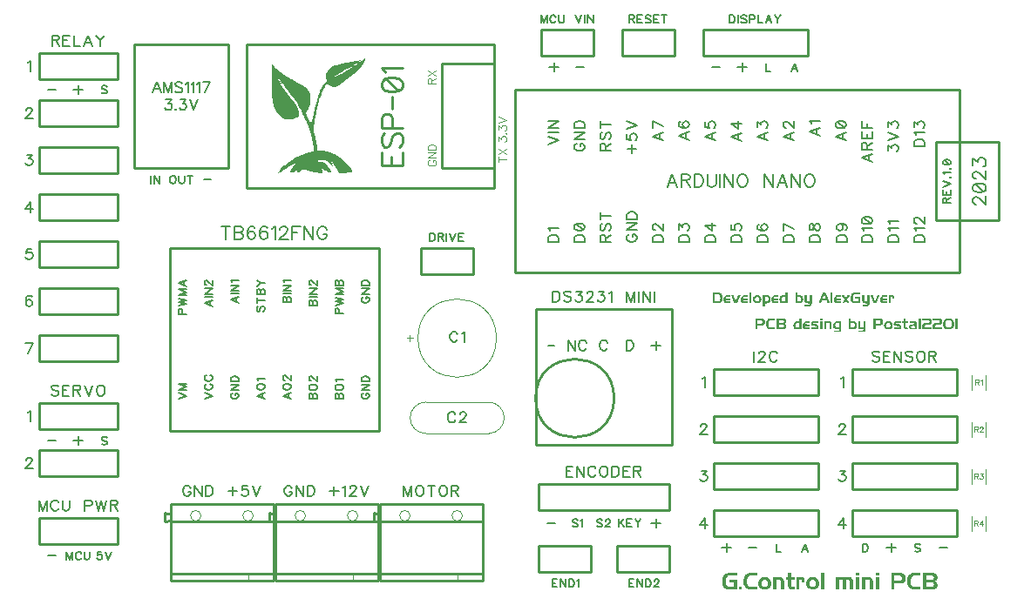
<source format=gto>
G04 DipTrace 4.3.0.5*
G04 Gerber_TopSilkLayer.GTO*
%MOIN*%
G04 #@! TF.FileFunction,Legend,Top*
G04 #@! TF.Part,Single*
%ADD10C,0.004724*%
%ADD19C,0.01*%
%ADD51C,0.008*%
%ADD52C,0.006*%
%ADD53C,0.006176*%
%ADD54C,0.003088*%
%ADD55C,0.00772*%
%ADD56C,0.004632*%
%FSLAX26Y26*%
G04*
G70*
G90*
G75*
G01*
G04 TopSilk*
%LPD*%
X1952590Y1421871D2*
D10*
X1952589Y1445512D1*
X1940793Y1433691D2*
X1964420Y1433692D1*
X1983692Y1433697D2*
G02X1983692Y1433697I150007J0D01*
G01*
X2013819Y1188700D2*
X2253581D1*
X2013819Y1068700D2*
X2253581D1*
G03X2253581Y1188700I119J60000D01*
G01*
X2013819D2*
G03X2013819Y1068700I-119J-60000D01*
G01*
X2193700Y1778700D2*
D19*
X1993700D1*
X2193700Y1678700D2*
Y1778700D1*
Y1678700D2*
X1993700D1*
Y1778700D1*
X2443700Y873700D2*
X2943700D1*
Y773700D2*
Y873700D1*
X2443700Y773700D2*
X2943700D1*
X2443700D2*
Y873700D1*
X2643700Y638700D2*
X2443700D1*
X2643700Y538700D2*
Y638700D1*
Y538700D2*
X2443700D1*
Y638700D1*
X2943700D2*
X2743700D1*
X2943700Y538700D2*
Y638700D1*
Y538700D2*
X2743700D1*
Y638700D1*
X3113700Y1313700D2*
X3513700D1*
Y1213700D2*
Y1313700D1*
X3113700Y1213700D2*
X3513700D1*
X3113700D2*
Y1313700D1*
Y1133700D2*
X3513700D1*
Y1033700D2*
Y1133700D1*
X3113700Y1033700D2*
X3513700D1*
X3113700D2*
Y1133700D1*
Y953700D2*
X3513700D1*
Y853700D2*
Y953700D1*
X3113700Y853700D2*
X3513700D1*
X3113700D2*
Y953700D1*
Y773700D2*
X3513700D1*
Y673700D2*
Y773700D1*
X3113700Y673700D2*
X3513700D1*
X3113700D2*
Y773700D1*
X3073700Y2613700D2*
X3473700D1*
Y2513700D2*
Y2613700D1*
X3073700Y2513700D2*
X3473700D1*
X3073700D2*
Y2613700D1*
X533700Y743700D2*
X833700D1*
Y643700D2*
Y743700D1*
X533700Y643700D2*
X833700D1*
X533700D2*
Y743700D1*
X2653700Y2613700D2*
X2453700D1*
X2653700Y2513700D2*
Y2613700D1*
Y2513700D2*
X2453700D1*
Y2613700D1*
X1113700Y753700D2*
D10*
G02X1113700Y753700I20000J0D01*
G01*
X1313700D2*
G02X1313700Y753700I20000J0D01*
G01*
X1333700Y528700D2*
Y503700D1*
X1038700Y799700D2*
D19*
X1432700D1*
Y731700D2*
Y799700D1*
Y532700D2*
Y731700D1*
Y503700D2*
Y532700D1*
X1038700Y503700D2*
X1432700D1*
X1038700D2*
Y532700D1*
Y731700D1*
Y736700D1*
Y759700D1*
Y799700D1*
X1015700Y765700D2*
X1038700Y759700D1*
X1015700Y730700D2*
Y765700D1*
Y730700D2*
X1038700Y736700D1*
Y731700D2*
X1432700D1*
X1038700Y532700D2*
X1432700D1*
X1513700Y753700D2*
D10*
G02X1513700Y753700I20000J0D01*
G01*
X1713700D2*
G02X1713700Y753700I20000J0D01*
G01*
X1733700Y528700D2*
Y503700D1*
X1438700Y799700D2*
D19*
X1832700D1*
Y731700D2*
Y799700D1*
Y532700D2*
Y731700D1*
Y503700D2*
Y532700D1*
X1438700Y503700D2*
X1832700D1*
X1438700D2*
Y532700D1*
Y731700D1*
Y736700D1*
Y759700D1*
Y799700D1*
X1415700Y765700D2*
X1438700Y759700D1*
X1415700Y730700D2*
Y765700D1*
Y730700D2*
X1438700Y736700D1*
Y731700D2*
X1832700D1*
X1438700Y532700D2*
X1832700D1*
X1913700Y753700D2*
D10*
G02X1913700Y753700I20000J0D01*
G01*
X2113700D2*
G02X2113700Y753700I20000J0D01*
G01*
X2133700Y528700D2*
Y503700D1*
X1838700Y799700D2*
D19*
X2232700D1*
Y731700D2*
Y799700D1*
Y532700D2*
Y731700D1*
Y503700D2*
Y532700D1*
X1838700Y503700D2*
X2232700D1*
X1838700D2*
Y532700D1*
Y731700D1*
Y736700D1*
Y759700D1*
Y799700D1*
X1815700Y765700D2*
X1838700Y759700D1*
X1815700Y730700D2*
Y765700D1*
Y730700D2*
X1838700Y736700D1*
Y731700D2*
X2232700D1*
X1838700Y532700D2*
X2232700D1*
X4155700Y1290700D2*
D10*
Y1236700D1*
X4101700Y1290700D2*
Y1236700D1*
X4155700Y1110700D2*
Y1056700D1*
X4101700Y1110700D2*
Y1056700D1*
X4155700Y930700D2*
Y876700D1*
X4101700Y930700D2*
Y876700D1*
X4155700Y750700D2*
Y696700D1*
X4101700Y750700D2*
Y696700D1*
X533700Y2523700D2*
D19*
X833700D1*
Y2423700D2*
Y2523700D1*
X533700Y2423700D2*
X833700D1*
X533700D2*
Y2523700D1*
Y2343700D2*
X833700D1*
Y2243700D2*
Y2343700D1*
X533700Y2243700D2*
X833700D1*
X533700D2*
Y2343700D1*
Y2163700D2*
X833700D1*
Y2063700D2*
Y2163700D1*
X533700Y2063700D2*
X833700D1*
X533700D2*
Y2163700D1*
Y1983700D2*
X833700D1*
Y1883700D2*
Y1983700D1*
X533700Y1883700D2*
X833700D1*
X533700D2*
Y1983700D1*
Y1803700D2*
X833700D1*
Y1703700D2*
Y1803700D1*
X533700Y1703700D2*
X833700D1*
X533700D2*
Y1803700D1*
Y1623700D2*
X833700D1*
Y1523700D2*
Y1623700D1*
X533700Y1523700D2*
X833700D1*
X533700D2*
Y1623700D1*
Y1443700D2*
X833700D1*
Y1343700D2*
Y1443700D1*
X533700Y1343700D2*
X833700D1*
X533700D2*
Y1443700D1*
X2963700Y2613700D2*
X2763700D1*
X2963700Y2513700D2*
Y2613700D1*
Y2513700D2*
X2763700D1*
Y2613700D1*
X833700Y1183700D2*
X533700D1*
X833700D2*
Y1083700D1*
X533700D1*
Y1183700D2*
Y1083700D1*
X833700Y1003700D2*
X533700D1*
X833700D2*
Y903700D1*
X533700D1*
Y1003700D2*
Y903700D1*
X3643700Y1313700D2*
X4043700D1*
Y1213700D2*
Y1313700D1*
X3643700Y1213700D2*
X4043700D1*
X3643700D2*
Y1313700D1*
Y1133700D2*
X4043700D1*
Y1033700D2*
Y1133700D1*
X3643700Y1033700D2*
X4043700D1*
X3643700D2*
Y1133700D1*
Y953700D2*
X4043700D1*
Y853700D2*
Y953700D1*
X3643700Y853700D2*
X4043700D1*
X3643700D2*
Y953700D1*
Y773700D2*
X4043700D1*
Y673700D2*
Y773700D1*
X3643700Y673700D2*
X4043700D1*
X3643700D2*
Y773700D1*
X4053700Y1683700D2*
Y2383700D1*
X2353700D1*
Y1683700D2*
Y2383700D1*
X4053700Y1683700D2*
X2353700D1*
X4203700Y1883700D2*
X3963700D1*
X4203700D2*
Y2183700D1*
X3963700D1*
Y1883700D2*
Y2183700D1*
X2273705Y2083700D2*
X2073705D1*
X2273705Y2058700D2*
Y2458700D1*
Y2483700D2*
X2073705D1*
Y2083700D2*
Y2483700D1*
X2273705Y2008700D2*
X1328705D1*
X2273705D2*
Y2558700D1*
X1328705D1*
Y2008700D2*
Y2558700D1*
X1258658Y2558708D2*
X898658Y2558672D1*
X1258705Y2083708D2*
X1258658Y2558708D1*
X1258705Y2083708D2*
X898705Y2083672D1*
X898658Y2558672D1*
X1433700Y1078700D2*
X1833700D1*
Y1778700D1*
X1033700D2*
X1833700D1*
X1033700Y1078700D2*
Y1778700D1*
Y1078700D2*
X1433700D1*
X2733700Y1203695D2*
G02X2733700Y1203695I-150000J0D01*
G01*
X2433700Y1543695D2*
X2953700D1*
Y1023695D2*
Y1543695D1*
X2433700Y1023695D2*
X2953700D1*
X2433700D2*
Y1543695D1*
G36*
X3170860Y535039D2*
X3166923Y534252D1*
X3163773Y533464D1*
X3159049Y531102D1*
X3156687Y529527D1*
X3153537Y526378D1*
X3151962Y524015D1*
X3150387Y520866D1*
X3148813Y516141D1*
X3148025Y512992D1*
X3147238Y505905D1*
Y498819D1*
X3148025Y493307D1*
X3148813Y490157D1*
X3149600Y487795D1*
X3152750Y481496D1*
X3157474Y476771D1*
X3159836Y475197D1*
X3162986Y473622D1*
X3165348Y472834D1*
X3169285Y472047D1*
X3204718D1*
Y509055D1*
X3174009D1*
Y498819D1*
X3192120Y498031D1*
Y483071D1*
X3185295Y482283D1*
X3178471D1*
X3171647Y483071D1*
X3169285Y483858D1*
X3167710Y484645D1*
X3163773Y488582D1*
Y489370D1*
X3162986Y491732D1*
X3162198Y494882D1*
X3161411Y495669D1*
Y510630D1*
X3162198Y511417D1*
X3162986Y515354D1*
X3163773Y517716D1*
X3164561Y519291D1*
Y520078D1*
X3166923Y522441D1*
X3170072Y524015D1*
X3172435Y524803D1*
X3204718Y525590D1*
Y535039D1*
X3170860D1*
G37*
G36*
X3252750D2*
X3248813Y534252D1*
X3244088Y532677D1*
X3240939Y531102D1*
X3238576Y529527D1*
X3236214Y527165D1*
X3233852Y524015D1*
X3232277Y520866D1*
X3230702Y516141D1*
X3229915Y512204D1*
X3229127Y504330D1*
Y501181D1*
X3229915Y493307D1*
X3230702Y490157D1*
X3231490Y487795D1*
X3233852Y483071D1*
X3235427Y480708D1*
X3239364Y476771D1*
X3241726Y475197D1*
X3244876Y473622D1*
X3247238Y472834D1*
X3251175Y472047D1*
X3280309D1*
Y481496D1*
X3253537Y482283D1*
X3251175Y483071D1*
X3248025Y484645D1*
X3245663Y487008D1*
Y487795D1*
X3244876Y489370D1*
X3244088Y492519D1*
X3243301Y493307D1*
Y510630D1*
X3244088Y511417D1*
X3244876Y515354D1*
X3245663Y517716D1*
X3246450Y519291D1*
Y520078D1*
X3248813Y522441D1*
X3251962Y524015D1*
X3254324Y524803D1*
X3280309Y525590D1*
Y535039D1*
X3252750D1*
G37*
G36*
X3399994D2*
Y519291D1*
X3391332Y518504D1*
Y509842D1*
X3399994Y509055D1*
Y483858D1*
X3400781Y479921D1*
X3402356Y476771D1*
X3405505Y473622D1*
X3407080Y472834D1*
X3410230Y472047D1*
X3424403D1*
Y480708D1*
X3415742Y481496D1*
X3414167Y482283D1*
X3412592Y483858D1*
Y484645D1*
X3411805Y485433D1*
Y509055D1*
X3424403Y509842D1*
Y518504D1*
X3411805Y519291D1*
Y535039D1*
X3399994D1*
G37*
G36*
X3525978D2*
Y472047D1*
X3537789D1*
Y535039D1*
X3525978D1*
G37*
G36*
X3659049D2*
Y524015D1*
X3670860D1*
Y535039D1*
X3659049D1*
G37*
G36*
X3735427D2*
Y524015D1*
X3747238D1*
Y535039D1*
X3735427D1*
G37*
G36*
X3793694Y524015D2*
Y472047D1*
X3806293D1*
Y494094D1*
X3830702Y494882D1*
X3835427Y495669D1*
X3837789Y496456D1*
X3840939Y498031D1*
X3845663Y502756D1*
X3847238Y505905D1*
X3848025Y508267D1*
X3848813Y512204D1*
Y517716D1*
X3848025Y521653D1*
X3847238Y524015D1*
X3846450Y525590D1*
X3844876Y527953D1*
X3840939Y531890D1*
X3837789Y533464D1*
X3834639Y534252D1*
X3829915Y535039D1*
X3793694D1*
Y524015D1*
X3806293D1*
X3813379Y524803D1*
X3820466D1*
X3827553Y524015D1*
X3829915Y523228D1*
X3831490Y522441D1*
X3833852Y520078D1*
Y519291D1*
X3834639Y518504D1*
Y511417D1*
X3833852Y510630D1*
Y509842D1*
X3831490Y507480D1*
X3829915Y506693D1*
X3827553Y505905D1*
X3820466Y505118D1*
X3813379D1*
X3806293Y505905D1*
Y524015D1*
X3793694D1*
G37*
G36*
X3878734Y535039D2*
X3874797Y534252D1*
X3870072Y532677D1*
X3866923Y531102D1*
X3864561Y529527D1*
X3862198Y527165D1*
X3859836Y524015D1*
X3858261Y520866D1*
X3856687Y516141D1*
X3855899Y512204D1*
X3855112Y504330D1*
Y501181D1*
X3855899Y493307D1*
X3856687Y490157D1*
X3857474Y487795D1*
X3859836Y483071D1*
X3861411Y480708D1*
X3865348Y476771D1*
X3867710Y475197D1*
X3870860Y473622D1*
X3873222Y472834D1*
X3877159Y472047D1*
X3906293D1*
Y481496D1*
X3879521Y482283D1*
X3877159Y483071D1*
X3874009Y484645D1*
X3871647Y487008D1*
Y487795D1*
X3870860Y489370D1*
X3870072Y492519D1*
X3869285Y493307D1*
Y510630D1*
X3870072Y511417D1*
X3870860Y515354D1*
X3871647Y517716D1*
X3872435Y519291D1*
Y520078D1*
X3874797Y522441D1*
X3877946Y524015D1*
X3880309Y524803D1*
X3906293Y525590D1*
Y535039D1*
X3878734D1*
G37*
G36*
X3915742Y498031D2*
Y472047D1*
X3955899D1*
X3959836Y472834D1*
X3962198Y473622D1*
X3963773Y474409D1*
X3966135Y475984D1*
X3967710Y477559D1*
X3969285Y479921D1*
X3970072Y481496D1*
X3970860Y484645D1*
Y492519D1*
X3970072Y494882D1*
X3968498Y498031D1*
X3964561Y501968D1*
X3961411Y503543D1*
X3962986Y504330D1*
X3966135Y506693D1*
X3966923Y507480D1*
X3968498Y509842D1*
X3970072Y512992D1*
X3970860Y516141D1*
Y521653D1*
X3970072Y524803D1*
X3968498Y527953D1*
X3964561Y531890D1*
X3961411Y533464D1*
X3959049Y534252D1*
X3955112Y535039D1*
X3915742D1*
Y524015D1*
X3928340D1*
X3936214Y524803D1*
X3944088D1*
X3951962Y524015D1*
X3954324Y523228D1*
X3956687Y520866D1*
Y520078D1*
X3957474Y519291D1*
Y514567D1*
X3956687Y513779D1*
Y512992D1*
X3954324Y510630D1*
X3951962Y509842D1*
X3944088Y509055D1*
X3936214D1*
X3928340Y509842D1*
Y524015D1*
X3915742D1*
Y498031D1*
X3928340D1*
X3936477Y498819D1*
X3944613D1*
X3952750Y498031D1*
X3954324Y497244D1*
X3956687Y494882D1*
Y494094D1*
X3957474Y493307D1*
Y487795D1*
X3956687Y487008D1*
Y486220D1*
X3954324Y483858D1*
X3952750Y483071D1*
X3944613Y482283D1*
X3936477D1*
X3928340Y483071D1*
Y498031D1*
X3915742D1*
G37*
G36*
X3289757Y508267D2*
X3288970Y507480D1*
X3287395Y504330D1*
X3286608Y501968D1*
X3285820Y495669D1*
Y494882D1*
X3286608Y488582D1*
X3287395Y486220D1*
X3289757Y481496D1*
X3295269Y475984D1*
X3299994Y473622D1*
X3302356Y472834D1*
X3305505Y472047D1*
X3314954D1*
X3318891Y472834D1*
X3321253Y473622D1*
X3324403Y475197D1*
X3327553Y477559D1*
X3329127Y479134D1*
X3331490Y482283D1*
X3333064Y485433D1*
X3333852Y487795D1*
X3334639Y492519D1*
Y498031D1*
X3333852Y501968D1*
X3332277Y506693D1*
X3330702Y509055D1*
X3328340Y512204D1*
X3327553Y512992D1*
X3322828Y516141D1*
X3321253Y516929D1*
X3318891Y517716D1*
X3314954Y518504D1*
X3305505D1*
X3302356Y517716D1*
X3299994Y516929D1*
X3295269Y514567D1*
X3289757Y509055D1*
Y508267D1*
X3306293D1*
X3308918Y509055D1*
X3311542D1*
X3314167Y508267D1*
X3316529Y507480D1*
X3317316Y506693D1*
X3318891Y505905D1*
X3319526Y504889D1*
X3319679Y504330D1*
X3321253Y501968D1*
X3322041Y498031D1*
X3322828Y497244D1*
Y493307D1*
X3322041Y492519D1*
X3321253Y488582D1*
X3319679Y486220D1*
X3319420Y485265D1*
X3318891Y484645D1*
X3317316Y483858D1*
X3316529Y483071D1*
X3314167Y482283D1*
X3311542Y481496D1*
X3308918D1*
X3306293Y482283D1*
X3303931Y483071D1*
X3303143Y483858D1*
X3301568Y484645D1*
X3300635Y485531D1*
X3300781Y486220D1*
X3299206Y489370D1*
X3298419Y490157D1*
Y500393D1*
X3299206Y501181D1*
X3300781Y504330D1*
X3300934Y504889D1*
X3301568Y505905D1*
X3306293Y508267D1*
X3289757D1*
G37*
G36*
X3341726Y518504D2*
Y472047D1*
X3353537D1*
Y508267D1*
X3358524Y509055D1*
X3363511D1*
X3368498Y508267D1*
X3370072Y507480D1*
X3371647Y505905D1*
Y504330D1*
X3372435Y472047D1*
X3383458D1*
Y506693D1*
X3382671Y509842D1*
X3381096Y512992D1*
X3378734Y515354D1*
X3375584Y516929D1*
X3373222Y517716D1*
X3370072Y518504D1*
X3341726D1*
G37*
G36*
X3430702D2*
Y472047D1*
X3442513D1*
Y509842D1*
X3445138Y510630D1*
X3447763D1*
X3450387Y509842D1*
X3451962Y509055D1*
Y508267D1*
X3452750Y499606D1*
X3462986D1*
Y512204D1*
X3462198Y514567D1*
X3459836Y516929D1*
X3458261Y517716D1*
X3455112Y518504D1*
X3430702D1*
G37*
G36*
X3473222Y508267D2*
X3472435Y507480D1*
X3470860Y504330D1*
X3470072Y501968D1*
X3469285Y495669D1*
Y494882D1*
X3470072Y488582D1*
X3470860Y486220D1*
X3473222Y481496D1*
X3478734Y475984D1*
X3483458Y473622D1*
X3485820Y472834D1*
X3488970Y472047D1*
X3498419D1*
X3502356Y472834D1*
X3504718Y473622D1*
X3507868Y475197D1*
X3511017Y477559D1*
X3512592Y479134D1*
X3514954Y482283D1*
X3516529Y485433D1*
X3517316Y487795D1*
X3518104Y492519D1*
Y498031D1*
X3517316Y501968D1*
X3515742Y506693D1*
X3514167Y509055D1*
X3511805Y512204D1*
X3511017Y512992D1*
X3506293Y516141D1*
X3504718Y516929D1*
X3502356Y517716D1*
X3498419Y518504D1*
X3488970D1*
X3485820Y517716D1*
X3483458Y516929D1*
X3478734Y514567D1*
X3473222Y509055D1*
Y508267D1*
X3489757D1*
X3492382Y509055D1*
X3495007D1*
X3497631Y508267D1*
X3499994Y507480D1*
X3500781Y506693D1*
X3502356Y505905D1*
X3502990Y504889D1*
X3503143Y504330D1*
X3504718Y501968D1*
X3505505Y498031D1*
X3506293Y497244D1*
Y493307D1*
X3505505Y492519D1*
X3504718Y488582D1*
X3503143Y486220D1*
X3502884Y485265D1*
X3502356Y484645D1*
X3500781Y483858D1*
X3499994Y483071D1*
X3497631Y482283D1*
X3495007Y481496D1*
X3492382D1*
X3489757Y482283D1*
X3487395Y483071D1*
X3486608Y483858D1*
X3485033Y484645D1*
X3484099Y485531D1*
X3484246Y486220D1*
X3482671Y489370D1*
X3481883Y490157D1*
Y500393D1*
X3482671Y501181D1*
X3484246Y504330D1*
X3484399Y504889D1*
X3485033Y505905D1*
X3489757Y508267D1*
X3473222D1*
G37*
G36*
X3582671Y518504D2*
Y472047D1*
X3594482D1*
Y508267D1*
X3599469Y509055D1*
X3604456D1*
X3609442Y508267D1*
Y472047D1*
X3621253D1*
Y508267D1*
X3624928Y509055D1*
X3628603D1*
X3632277Y508267D1*
X3635427Y506693D1*
Y505118D1*
X3636214Y472047D1*
X3648025D1*
Y502756D1*
X3647238Y508267D1*
X3646450Y510630D1*
X3645663Y512204D1*
X3641726Y516141D1*
X3640151Y516929D1*
X3637789Y517716D1*
X3633852Y518504D1*
X3582671D1*
G37*
G36*
X3659049D2*
Y472047D1*
X3670860D1*
Y518504D1*
X3659049D1*
G37*
G36*
X3681883D2*
Y472047D1*
X3693694D1*
Y508267D1*
X3698681Y509055D1*
X3703668D1*
X3708655Y508267D1*
X3710230Y507480D1*
X3711805Y505905D1*
Y504330D1*
X3712592Y472047D1*
X3723616D1*
Y506693D1*
X3722828Y509842D1*
X3721253Y512992D1*
X3718891Y515354D1*
X3715742Y516929D1*
X3713379Y517716D1*
X3710230Y518504D1*
X3681883D1*
G37*
G36*
X3735427D2*
Y472047D1*
X3747238D1*
Y518504D1*
X3735427D1*
G37*
G36*
X3211805Y483071D2*
Y472047D1*
X3222041D1*
Y483071D1*
X3211805D1*
G37*
G36*
X3110230Y1602493D2*
Y1567323D1*
X3134377D1*
X3137002Y1567848D1*
X3138576Y1568372D1*
X3140676Y1569422D1*
X3142251Y1570472D1*
X3145400Y1573622D1*
X3147500Y1577821D1*
X3148025Y1579396D1*
X3148550Y1581496D1*
X3149075Y1585170D1*
Y1590420D1*
X3148550Y1594619D1*
X3148025Y1596719D1*
X3146975Y1599869D1*
X3145925Y1601968D1*
X3144876Y1603543D1*
X3142776Y1605643D1*
X3141201Y1606693D1*
X3138051Y1608267D1*
X3135952Y1608792D1*
X3133327Y1609317D1*
X3110230D1*
Y1602493D1*
X3118629D1*
X3123353Y1603018D1*
X3128078D1*
X3132802Y1602493D1*
X3134377Y1601968D1*
X3136477Y1600918D1*
X3138051Y1599344D1*
Y1598819D1*
X3138576Y1597244D1*
X3139101Y1595144D1*
X3139626Y1589895D1*
X3140151Y1589370D1*
Y1587270D1*
X3139626Y1586745D1*
X3139101Y1580971D1*
X3138051Y1577821D1*
Y1577296D1*
X3136477Y1575722D1*
X3134377Y1574672D1*
X3132802Y1574147D1*
X3128078Y1573622D1*
X3123353D1*
X3118629Y1574147D1*
Y1602493D1*
X3110230D1*
G37*
G36*
X3251437Y1609317D2*
Y1567323D1*
X3259311D1*
Y1609317D1*
X3251437D1*
G37*
G36*
X3368498Y1591470D2*
X3368325Y1590833D1*
X3367973Y1590420D1*
X3367448Y1589370D1*
X3366923Y1587795D1*
X3366398Y1583596D1*
Y1582546D1*
X3366923Y1578346D1*
X3367448Y1576246D1*
X3369023Y1573097D1*
X3372697Y1569422D1*
X3374797Y1568372D1*
X3376372Y1567848D1*
X3378471Y1567323D1*
X3396844D1*
Y1609317D1*
X3388970D1*
Y1598819D1*
X3378471Y1598294D1*
X3375847Y1597769D1*
X3374272Y1597244D1*
X3373222Y1596719D1*
X3371647Y1595669D1*
X3370072Y1594094D1*
X3369023Y1592519D1*
X3368498Y1591470D1*
X3380571D1*
X3383371Y1591994D1*
X3386170D1*
X3388970Y1591470D1*
Y1574147D1*
X3385995Y1573622D1*
X3383021D1*
X3380046Y1574147D1*
X3378471Y1574672D1*
X3376372Y1575722D1*
Y1576246D1*
X3375322Y1578346D1*
X3374797Y1578871D1*
Y1586745D1*
X3375322Y1587270D1*
X3375847Y1588320D1*
Y1588845D1*
X3377421Y1590420D1*
X3378471Y1590945D1*
X3380571Y1591470D1*
X3368498D1*
G37*
G36*
X3426765D2*
Y1567323D1*
X3445138D1*
X3447238Y1567848D1*
X3448813Y1568372D1*
X3450912Y1569422D1*
X3452487Y1570472D1*
X3453537Y1571522D1*
X3454587Y1573097D1*
X3456162Y1576246D1*
X3456687Y1577821D1*
X3457211Y1580971D1*
Y1585170D1*
X3456687Y1587795D1*
X3455637Y1590945D1*
X3455112Y1591994D1*
X3454062Y1593569D1*
X3451437Y1596194D1*
X3449337Y1597244D1*
X3447763Y1597769D1*
X3445663Y1598294D1*
X3434639Y1598819D1*
Y1609317D1*
X3426765D1*
Y1591470D1*
X3434639D1*
X3437614Y1591994D1*
X3440589D1*
X3443563Y1591470D1*
X3445138Y1590945D1*
X3446188Y1590420D1*
X3448288Y1588320D1*
Y1587270D1*
X3448813Y1584645D1*
X3449337Y1584120D1*
Y1580971D1*
X3448813Y1580446D1*
X3448288Y1577821D1*
X3447763Y1576771D1*
X3447590Y1576135D1*
X3447238Y1575722D1*
X3446188Y1575197D1*
X3445663Y1574672D1*
X3443563Y1574147D1*
X3440589Y1573622D1*
X3437614D1*
X3434639Y1574147D1*
Y1591470D1*
X3426765D1*
G37*
G36*
X3529652Y1600393D2*
X3529127Y1599869D1*
X3528603Y1598294D1*
X3527553Y1596194D1*
X3527028Y1594619D1*
X3526503Y1593569D1*
X3525978Y1591994D1*
X3524928Y1589895D1*
X3524403Y1588320D1*
X3523878Y1587270D1*
X3523353Y1585695D1*
X3522303Y1583596D1*
X3521778Y1582021D1*
X3521253Y1580971D1*
X3520729Y1579396D1*
X3519679Y1577296D1*
X3519154Y1575722D1*
X3518629Y1574672D1*
X3518104Y1573097D1*
X3517054Y1570997D1*
X3516529Y1569422D1*
X3516004Y1568372D1*
Y1567323D1*
X3524403D1*
X3525453Y1569422D1*
X3527553Y1575722D1*
X3528078Y1576771D1*
Y1577296D1*
X3534377Y1577821D1*
X3540676D1*
X3546975Y1577296D1*
Y1576771D1*
X3547500Y1575722D1*
X3549075Y1570997D1*
X3549600Y1569947D1*
X3550125Y1568372D1*
X3550650Y1567323D1*
X3559574D1*
Y1568372D1*
X3559049Y1569422D1*
X3558524Y1570997D1*
X3557474Y1573097D1*
X3556949Y1574672D1*
X3555899Y1576771D1*
X3555374Y1578346D1*
X3554849Y1579396D1*
X3554324Y1580971D1*
X3553274Y1583071D1*
X3552750Y1584645D1*
X3552225Y1585695D1*
X3551700Y1587270D1*
X3550650Y1589370D1*
X3550125Y1590945D1*
X3549075Y1593044D1*
X3548550Y1594619D1*
X3548025Y1595669D1*
X3547500Y1597244D1*
X3546450Y1599344D1*
X3545925Y1600918D1*
X3544876Y1603018D1*
X3544351Y1604593D1*
X3543826Y1605643D1*
X3543301Y1607218D1*
X3542251Y1609317D1*
X3533327D1*
X3532802Y1608792D1*
X3532277Y1607218D1*
X3531752Y1606168D1*
X3531227Y1604593D1*
X3530177Y1602493D1*
X3529652Y1600918D1*
Y1600393D1*
X3537002D1*
X3537394Y1600731D1*
X3537659Y1600687D1*
X3537958Y1600253D1*
X3538051Y1599869D1*
X3538576Y1598294D1*
X3539101Y1597244D1*
X3539626Y1595669D1*
X3540151Y1594619D1*
X3540676Y1593044D1*
X3541201Y1591994D1*
X3541726Y1590420D1*
X3542251Y1589370D1*
X3543301Y1586220D1*
X3543724Y1585542D1*
X3543826Y1585170D1*
X3539626Y1584645D1*
X3535427D1*
X3531227Y1585170D1*
Y1586220D1*
X3531752Y1586745D1*
X3532277Y1587795D1*
X3532802Y1589370D1*
X3533327Y1590420D1*
X3534377Y1593569D1*
X3534902Y1594619D1*
X3535952Y1597769D1*
X3536477Y1598819D1*
X3537002Y1600393D1*
X3529652D1*
G37*
G36*
X3562198Y1609317D2*
Y1567323D1*
X3570072D1*
Y1609317D1*
X3562198D1*
G37*
G36*
X3654062D2*
X3651437Y1608792D1*
X3649337Y1608267D1*
X3646188Y1606693D1*
X3644613Y1605643D1*
X3642513Y1603543D1*
X3641463Y1601968D1*
X3640414Y1599869D1*
X3639364Y1596719D1*
X3638839Y1594619D1*
X3638314Y1589895D1*
Y1585170D1*
X3638839Y1581496D1*
X3639364Y1579396D1*
X3639889Y1577821D1*
X3641988Y1573622D1*
X3645138Y1570472D1*
X3646713Y1569422D1*
X3648813Y1568372D1*
X3650387Y1567848D1*
X3653012Y1567323D1*
X3676634D1*
Y1591994D1*
X3656162D1*
Y1585170D1*
X3668235Y1584645D1*
Y1574672D1*
X3663686Y1574147D1*
X3659136D1*
X3654587Y1574672D1*
X3653012Y1575197D1*
X3651962Y1575722D1*
X3649337Y1578346D1*
Y1578871D1*
X3648813Y1580446D1*
X3648288Y1582546D1*
X3647763Y1583071D1*
Y1593044D1*
X3648288Y1593569D1*
X3648813Y1596194D1*
X3649337Y1597769D1*
X3649862Y1598819D1*
Y1599344D1*
X3651437Y1600918D1*
X3653537Y1601968D1*
X3655112Y1602493D1*
X3676634Y1603018D1*
Y1609317D1*
X3654062D1*
G37*
G36*
X3164823Y1598294D2*
X3162198Y1597769D1*
X3160624Y1597244D1*
X3158524Y1596194D1*
X3155374Y1593044D1*
X3153799Y1589895D1*
X3153274Y1588320D1*
X3152750Y1584645D1*
Y1580446D1*
X3153274Y1577296D1*
X3153799Y1575722D1*
X3155374Y1572572D1*
X3158524Y1569422D1*
X3160624Y1568372D1*
X3162198Y1567848D1*
X3164823Y1567323D1*
X3179521D1*
Y1573622D1*
X3165348Y1574147D1*
X3163248Y1574672D1*
X3162198Y1575722D1*
Y1576246D1*
X3161673Y1577821D1*
X3161148Y1578346D1*
Y1579396D1*
X3179521Y1579921D1*
Y1586220D1*
X3161148Y1586745D1*
X3161251Y1587117D1*
X3161673Y1587795D1*
Y1589370D1*
X3162723Y1590420D1*
X3163773Y1590945D1*
X3165348Y1591470D1*
X3179521Y1591994D1*
Y1598294D1*
X3164823D1*
G37*
G36*
X3182146D2*
Y1597769D1*
X3182671Y1596194D1*
X3183196Y1595144D1*
X3183721Y1593569D1*
X3184771Y1591470D1*
X3185295Y1589895D1*
X3185820Y1588845D1*
X3186345Y1587270D1*
X3187395Y1585170D1*
X3187920Y1583596D1*
X3188445Y1582546D1*
X3188970Y1580971D1*
X3189495Y1579921D1*
X3190020Y1578346D1*
X3191070Y1576246D1*
X3191595Y1574672D1*
X3192120Y1573622D1*
X3192645Y1572047D1*
X3193169Y1570997D1*
X3193694Y1569422D1*
X3194744Y1567323D1*
X3203143D1*
X3204718Y1570472D1*
X3205243Y1572047D1*
X3206818Y1575197D1*
X3207343Y1576771D1*
X3208393Y1578871D1*
X3208918Y1580446D1*
X3209967Y1582546D1*
X3210492Y1584120D1*
X3211542Y1586220D1*
X3212067Y1587795D1*
X3213642Y1590945D1*
X3214167Y1592519D1*
X3215217Y1594619D1*
X3215742Y1596194D1*
X3216792Y1598294D1*
X3208393D1*
X3207343Y1596194D1*
X3206818Y1594619D1*
X3206293Y1593569D1*
X3205768Y1591994D1*
X3205243Y1590945D1*
X3204718Y1589370D1*
X3204193Y1588320D1*
X3203668Y1586745D1*
X3202618Y1584645D1*
X3202093Y1583071D1*
X3201568Y1582021D1*
X3201043Y1580446D1*
X3200519Y1579396D1*
X3199994Y1577821D1*
X3199803Y1577176D1*
X3199244Y1576729D1*
X3198769Y1576813D1*
X3198419Y1577296D1*
Y1578346D1*
X3197894Y1579396D1*
X3196844Y1582546D1*
X3196319Y1583596D1*
X3195794Y1585170D1*
X3195269Y1586220D1*
X3194744Y1587795D1*
X3194219Y1588845D1*
X3193169Y1591994D1*
X3192645Y1593044D1*
X3192120Y1594619D1*
X3191595Y1595669D1*
X3191070Y1597244D1*
X3190545Y1598294D1*
X3182146D1*
G37*
G36*
X3230965D2*
X3228340Y1597769D1*
X3226765Y1597244D1*
X3224666Y1596194D1*
X3221516Y1593044D1*
X3219941Y1589895D1*
X3219416Y1588320D1*
X3218891Y1584645D1*
Y1580446D1*
X3219416Y1577296D1*
X3219941Y1575722D1*
X3221516Y1572572D1*
X3224666Y1569422D1*
X3226765Y1568372D1*
X3228340Y1567848D1*
X3230965Y1567323D1*
X3245663D1*
Y1573622D1*
X3231490Y1574147D1*
X3229390Y1574672D1*
X3228340Y1575722D1*
Y1576246D1*
X3227815Y1577821D1*
X3227290Y1578346D1*
Y1579396D1*
X3245663Y1579921D1*
Y1586220D1*
X3227290Y1586745D1*
X3227392Y1587117D1*
X3227815Y1587795D1*
Y1589370D1*
X3228865Y1590420D1*
X3229915Y1590945D1*
X3231490Y1591470D1*
X3245663Y1591994D1*
Y1598294D1*
X3230965D1*
G37*
G36*
X3267185Y1591470D2*
X3266660Y1590945D1*
X3265610Y1588845D1*
X3265085Y1587270D1*
X3264561Y1583071D1*
Y1582546D1*
X3265085Y1578346D1*
X3265610Y1576771D1*
X3267185Y1573622D1*
X3270860Y1569947D1*
X3274009Y1568372D1*
X3275584Y1567848D1*
X3277684Y1567323D1*
X3283983D1*
X3286608Y1567848D1*
X3288183Y1568372D1*
X3290282Y1569422D1*
X3292382Y1570997D1*
X3293432Y1572047D1*
X3295007Y1574147D1*
X3296057Y1576246D1*
X3296582Y1577821D1*
X3297106Y1580971D1*
Y1584645D1*
X3296582Y1587270D1*
X3295532Y1590420D1*
X3294482Y1591994D1*
X3292907Y1594094D1*
X3292382Y1594619D1*
X3289232Y1596719D1*
X3288183Y1597244D1*
X3286608Y1597769D1*
X3283983Y1598294D1*
X3277684D1*
X3275584Y1597769D1*
X3274009Y1597244D1*
X3270860Y1595669D1*
X3267185Y1591994D1*
Y1591470D1*
X3278209D1*
X3279959Y1591994D1*
X3281708D1*
X3283458Y1591470D1*
X3285033Y1590945D1*
X3285558Y1590420D1*
X3286608Y1589895D1*
X3287031Y1589217D1*
X3287133Y1588845D1*
X3288183Y1587270D1*
X3288708Y1584645D1*
X3289232Y1584120D1*
Y1581496D1*
X3288708Y1580971D1*
X3288183Y1578346D1*
X3287133Y1576771D1*
X3286960Y1576135D1*
X3286608Y1575722D1*
X3285558Y1575197D1*
X3285033Y1574672D1*
X3283458Y1574147D1*
X3281708Y1573622D1*
X3279959D1*
X3278209Y1574147D1*
X3276634Y1574672D1*
X3276109Y1575197D1*
X3275059Y1575722D1*
X3274437Y1576312D1*
X3274534Y1576771D1*
X3273484Y1578871D1*
X3272960Y1579396D1*
Y1586220D1*
X3273484Y1586745D1*
X3274534Y1588845D1*
X3274636Y1589217D1*
X3275059Y1589895D1*
X3278209Y1591470D1*
X3267185D1*
G37*
G36*
X3302356D2*
Y1556824D1*
X3310230D1*
Y1566798D1*
X3321253Y1567323D1*
X3323353Y1567848D1*
X3324928Y1568372D1*
X3325978Y1568897D1*
X3327553Y1569947D1*
X3329652Y1572047D1*
X3330702Y1573622D1*
X3331227Y1574672D1*
X3332277Y1577821D1*
X3332802Y1580446D1*
Y1584645D1*
X3332277Y1587795D1*
X3331752Y1589370D1*
X3330177Y1592519D1*
X3329127Y1594094D1*
X3328078Y1595144D1*
X3326503Y1596194D1*
X3324403Y1597244D1*
X3322828Y1597769D1*
X3320729Y1598294D1*
X3302356D1*
Y1591470D1*
X3310230D1*
X3313379Y1591994D1*
X3316529D1*
X3319679Y1591470D1*
X3321253Y1590945D1*
X3322303Y1590420D1*
X3323353Y1589370D1*
Y1588845D1*
X3323878Y1587795D1*
X3324403Y1585170D1*
X3324928Y1584645D1*
Y1581496D1*
X3324403Y1580971D1*
X3323878Y1578346D1*
X3323353Y1577296D1*
Y1576771D1*
X3321778Y1575197D1*
X3320729Y1574672D1*
X3318629Y1574147D1*
X3315829Y1573622D1*
X3313030D1*
X3310230Y1574147D1*
Y1591470D1*
X3302356D1*
G37*
G36*
X3348025Y1598294D2*
X3345400Y1597769D1*
X3343826Y1597244D1*
X3341726Y1596194D1*
X3338576Y1593044D1*
X3337002Y1589895D1*
X3336477Y1588320D1*
X3335952Y1584645D1*
Y1580446D1*
X3336477Y1577296D1*
X3337002Y1575722D1*
X3338576Y1572572D1*
X3341726Y1569422D1*
X3343826Y1568372D1*
X3345400Y1567848D1*
X3348025Y1567323D1*
X3362723D1*
Y1573622D1*
X3348550Y1574147D1*
X3346450Y1574672D1*
X3345400Y1575722D1*
Y1576246D1*
X3344876Y1577821D1*
X3344351Y1578346D1*
Y1579396D1*
X3362723Y1579921D1*
Y1586220D1*
X3344351Y1586745D1*
X3344453Y1587117D1*
X3344876Y1587795D1*
Y1589370D1*
X3345925Y1590420D1*
X3346975Y1590945D1*
X3348550Y1591470D1*
X3362723Y1591994D1*
Y1598294D1*
X3348025D1*
G37*
G36*
X3462461D2*
Y1578346D1*
X3462986Y1574672D1*
X3463511Y1573097D1*
X3464561Y1570997D1*
X3466660Y1568897D1*
X3467710Y1568372D1*
X3469285Y1567848D1*
X3471910Y1567323D1*
X3482408Y1566798D1*
Y1564698D1*
X3481358Y1563648D1*
X3480309Y1563123D1*
X3462986Y1562598D1*
Y1556824D1*
X3481883D1*
X3485033Y1557874D1*
X3486083Y1558399D1*
X3488183Y1560498D1*
X3489757Y1563648D1*
X3490282Y1566273D1*
Y1598294D1*
X3482408D1*
Y1574147D1*
X3479259Y1573622D1*
X3476109D1*
X3472960Y1574147D1*
X3471385Y1574672D1*
X3470762Y1575262D1*
X3470860Y1575722D1*
X3470335Y1598294D1*
X3462461D1*
G37*
G36*
X3587395D2*
X3584771Y1597769D1*
X3583196Y1597244D1*
X3581096Y1596194D1*
X3577946Y1593044D1*
X3576372Y1589895D1*
X3575847Y1588320D1*
X3575322Y1584645D1*
Y1580446D1*
X3575847Y1577296D1*
X3576372Y1575722D1*
X3577946Y1572572D1*
X3581096Y1569422D1*
X3583196Y1568372D1*
X3584771Y1567848D1*
X3587395Y1567323D1*
X3602093D1*
Y1573622D1*
X3587920Y1574147D1*
X3585820Y1574672D1*
X3584771Y1575722D1*
Y1576246D1*
X3584246Y1577821D1*
X3583721Y1578346D1*
Y1579396D1*
X3602093Y1579921D1*
Y1586220D1*
X3583721Y1586745D1*
X3583823Y1587117D1*
X3584246Y1587795D1*
Y1589370D1*
X3585295Y1590420D1*
X3586345Y1590945D1*
X3587920Y1591470D1*
X3602093Y1591994D1*
Y1598294D1*
X3587395D1*
G37*
G36*
X3604718D2*
Y1597769D1*
X3605768Y1596194D1*
X3608918Y1591994D1*
X3609967Y1590420D1*
X3613117Y1586220D1*
X3614167Y1584645D1*
X3615742Y1583071D1*
Y1582546D1*
X3614692Y1581496D1*
X3611542Y1577296D1*
X3610492Y1575722D1*
X3605768Y1569422D1*
X3604718Y1567848D1*
Y1567323D1*
X3613117D1*
X3614692Y1568897D1*
X3617841Y1573622D1*
X3619416Y1575722D1*
X3619502Y1576128D1*
X3619824Y1576558D1*
X3620083Y1576545D1*
X3620441Y1576193D1*
X3620722Y1575711D1*
X3620991Y1575197D1*
X3622041Y1573622D1*
X3623616Y1571522D1*
X3625715Y1568372D1*
X3626765Y1567323D1*
X3635689D1*
X3634114Y1569422D1*
X3633064Y1570997D1*
X3631490Y1573097D1*
X3630440Y1574672D1*
X3627290Y1578871D1*
X3626240Y1580446D1*
X3624666Y1582021D1*
Y1583071D1*
X3625715Y1584120D1*
X3627290Y1586220D1*
X3629390Y1589370D1*
X3630965Y1591470D1*
X3632015Y1593044D1*
X3633589Y1595144D1*
X3635689Y1598294D1*
X3626765D1*
X3626240Y1597769D1*
X3625190Y1596194D1*
X3623616Y1594094D1*
X3620466Y1589370D1*
X3619909Y1588800D1*
X3619638Y1588885D1*
X3619416Y1589370D1*
X3618891Y1590420D1*
X3617841Y1591994D1*
X3616267Y1594094D1*
X3614167Y1597244D1*
X3613117Y1598294D1*
X3604718D1*
G37*
G36*
X3682933D2*
Y1578346D1*
X3683458Y1574672D1*
X3683983Y1573097D1*
X3685033Y1570997D1*
X3687133Y1568897D1*
X3688183Y1568372D1*
X3689757Y1567848D1*
X3692382Y1567323D1*
X3702881Y1566798D1*
Y1564698D1*
X3701831Y1563648D1*
X3700781Y1563123D1*
X3683458Y1562598D1*
Y1556824D1*
X3702356D1*
X3705505Y1557874D1*
X3706555Y1558399D1*
X3708655Y1560498D1*
X3710230Y1563648D1*
X3710755Y1566273D1*
Y1598294D1*
X3702881D1*
Y1574147D1*
X3699731Y1573622D1*
X3696582D1*
X3693432Y1574147D1*
X3691857Y1574672D1*
X3691235Y1575262D1*
X3691332Y1575722D1*
X3690807Y1598294D1*
X3682933D1*
G37*
G36*
X3714954D2*
Y1597769D1*
X3715479Y1596194D1*
X3716004Y1595144D1*
X3716529Y1593569D1*
X3717579Y1591470D1*
X3718104Y1589895D1*
X3718629Y1588845D1*
X3719154Y1587270D1*
X3720204Y1585170D1*
X3720729Y1583596D1*
X3721253Y1582546D1*
X3721778Y1580971D1*
X3722303Y1579921D1*
X3722828Y1578346D1*
X3723878Y1576246D1*
X3724403Y1574672D1*
X3724928Y1573622D1*
X3725453Y1572047D1*
X3725978Y1570997D1*
X3726503Y1569422D1*
X3727553Y1567323D1*
X3735952D1*
X3737526Y1570472D1*
X3738051Y1572047D1*
X3739626Y1575197D1*
X3740151Y1576771D1*
X3741201Y1578871D1*
X3741726Y1580446D1*
X3742776Y1582546D1*
X3743301Y1584120D1*
X3744351Y1586220D1*
X3744876Y1587795D1*
X3746450Y1590945D1*
X3746975Y1592519D1*
X3748025Y1594619D1*
X3748550Y1596194D1*
X3749600Y1598294D1*
X3741201D1*
X3740151Y1596194D1*
X3739626Y1594619D1*
X3739101Y1593569D1*
X3738576Y1591994D1*
X3738051Y1590945D1*
X3737526Y1589370D1*
X3737002Y1588320D1*
X3736477Y1586745D1*
X3735427Y1584645D1*
X3734902Y1583071D1*
X3734377Y1582021D1*
X3733852Y1580446D1*
X3733327Y1579396D1*
X3732802Y1577821D1*
X3732611Y1577176D1*
X3732052Y1576729D1*
X3731577Y1576813D1*
X3731227Y1577296D1*
Y1578346D1*
X3730702Y1579396D1*
X3729652Y1582546D1*
X3729127Y1583596D1*
X3728603Y1585170D1*
X3728078Y1586220D1*
X3727553Y1587795D1*
X3727028Y1588845D1*
X3725978Y1591994D1*
X3725453Y1593044D1*
X3724928Y1594619D1*
X3724403Y1595669D1*
X3723878Y1597244D1*
X3723353Y1598294D1*
X3714954D1*
G37*
G36*
X3763773D2*
X3761148Y1597769D1*
X3759574Y1597244D1*
X3757474Y1596194D1*
X3754324Y1593044D1*
X3752750Y1589895D1*
X3752225Y1588320D1*
X3751700Y1584645D1*
Y1580446D1*
X3752225Y1577296D1*
X3752750Y1575722D1*
X3754324Y1572572D1*
X3757474Y1569422D1*
X3759574Y1568372D1*
X3761148Y1567848D1*
X3763773Y1567323D1*
X3778471D1*
Y1573622D1*
X3764298Y1574147D1*
X3762198Y1574672D1*
X3761148Y1575722D1*
Y1576246D1*
X3760624Y1577821D1*
X3760099Y1578346D1*
Y1579396D1*
X3778471Y1579921D1*
Y1586220D1*
X3760099Y1586745D1*
X3760201Y1587117D1*
X3760624Y1587795D1*
Y1589370D1*
X3761673Y1590420D1*
X3762723Y1590945D1*
X3764298Y1591470D1*
X3778471Y1591994D1*
Y1598294D1*
X3763773D1*
G37*
G36*
X3783721D2*
Y1567323D1*
X3791595D1*
Y1592519D1*
X3793344Y1593044D1*
X3795094D1*
X3796844Y1592519D1*
X3797894Y1591994D1*
Y1591470D1*
X3798419Y1585695D1*
X3805243D1*
Y1594094D1*
X3804718Y1595669D1*
X3803143Y1597244D1*
X3802093Y1597769D1*
X3799994Y1598294D1*
X3783721D1*
G37*
G36*
X3274534Y1502231D2*
Y1467585D1*
X3282933D1*
Y1482283D1*
X3299206Y1482808D1*
X3302356Y1483333D1*
X3303931Y1483858D1*
X3306030Y1484908D1*
X3309180Y1488057D1*
X3310230Y1490157D1*
X3310755Y1491732D1*
X3311280Y1494357D1*
Y1498031D1*
X3310755Y1500656D1*
X3310230Y1502231D1*
X3309705Y1503281D1*
X3308655Y1504855D1*
X3306030Y1507480D1*
X3303931Y1508530D1*
X3301831Y1509055D1*
X3298681Y1509580D1*
X3274534D1*
Y1502231D1*
X3282933D1*
X3287658Y1502756D1*
X3292382D1*
X3297106Y1502231D1*
X3298681Y1501706D1*
X3299731Y1501181D1*
X3301306Y1499606D1*
Y1499081D1*
X3301831Y1498556D1*
Y1493832D1*
X3301306Y1493307D1*
Y1492782D1*
X3299731Y1491207D1*
X3298681Y1490682D1*
X3297106Y1490157D1*
X3292382Y1489632D1*
X3287658D1*
X3282933Y1490157D1*
Y1502231D1*
X3274534D1*
G37*
G36*
X3331227Y1509580D2*
X3328603Y1509055D1*
X3325453Y1508005D1*
X3323353Y1506955D1*
X3321778Y1505905D1*
X3320204Y1504330D1*
X3318629Y1502231D1*
X3317579Y1500131D1*
X3316529Y1496981D1*
X3316004Y1494357D1*
X3315479Y1489107D1*
Y1487008D1*
X3316004Y1481758D1*
X3316529Y1479659D1*
X3317054Y1478084D1*
X3318629Y1474934D1*
X3319679Y1473359D1*
X3322303Y1470735D1*
X3323878Y1469685D1*
X3325978Y1468635D1*
X3327553Y1468110D1*
X3330177Y1467585D1*
X3349600D1*
Y1473884D1*
X3331752Y1474409D1*
X3330177Y1474934D1*
X3328078Y1475984D1*
X3326503Y1477559D1*
Y1478084D1*
X3325978Y1479134D1*
X3325453Y1481233D1*
X3324928Y1481758D1*
Y1493307D1*
X3325453Y1493832D1*
X3325978Y1496456D1*
X3326503Y1498031D1*
X3327028Y1499081D1*
Y1499606D1*
X3328603Y1501181D1*
X3330702Y1502231D1*
X3332277Y1502756D1*
X3349600Y1503281D1*
Y1509580D1*
X3331227D1*
G37*
G36*
X3355899Y1484908D2*
Y1467585D1*
X3382671D1*
X3385295Y1468110D1*
X3386870Y1468635D1*
X3387920Y1469160D1*
X3389495Y1470210D1*
X3390545Y1471260D1*
X3391595Y1472834D1*
X3392120Y1473884D1*
X3392645Y1475984D1*
Y1481233D1*
X3392120Y1482808D1*
X3391070Y1484908D1*
X3388445Y1487533D1*
X3386345Y1488582D1*
X3387395Y1489107D1*
X3389495Y1490682D1*
X3390020Y1491207D1*
X3391070Y1492782D1*
X3392120Y1494882D1*
X3392645Y1496981D1*
Y1500656D1*
X3392120Y1502756D1*
X3391070Y1504855D1*
X3388445Y1507480D1*
X3386345Y1508530D1*
X3384771Y1509055D1*
X3382146Y1509580D1*
X3355899D1*
Y1502231D1*
X3364298D1*
X3369547Y1502756D1*
X3374797D1*
X3380046Y1502231D1*
X3381621Y1501706D1*
X3383196Y1500131D1*
Y1499606D1*
X3383721Y1499081D1*
Y1495932D1*
X3383196Y1495407D1*
Y1494882D1*
X3381621Y1493307D1*
X3380046Y1492782D1*
X3374797Y1492257D1*
X3369547D1*
X3364298Y1492782D1*
Y1502231D1*
X3355899D1*
Y1484908D1*
X3364298D1*
X3369722Y1485433D1*
X3375147D1*
X3380571Y1484908D1*
X3381621Y1484383D1*
X3383196Y1482808D1*
Y1482283D1*
X3383721Y1481758D1*
Y1478084D1*
X3383196Y1477559D1*
Y1477034D1*
X3381621Y1475459D1*
X3380571Y1474934D1*
X3375147Y1474409D1*
X3369722D1*
X3364298Y1474934D1*
Y1484908D1*
X3355899D1*
G37*
G36*
X3422041Y1491732D2*
X3421868Y1491095D1*
X3421516Y1490682D1*
X3420991Y1489632D1*
X3420466Y1488057D1*
X3419941Y1483858D1*
Y1482808D1*
X3420466Y1478609D1*
X3420991Y1476509D1*
X3422566Y1473359D1*
X3426240Y1469685D1*
X3428340Y1468635D1*
X3429915Y1468110D1*
X3432015Y1467585D1*
X3450387D1*
Y1509580D1*
X3442513D1*
Y1499081D1*
X3432015Y1498556D1*
X3429390Y1498031D1*
X3427815Y1497506D1*
X3426765Y1496981D1*
X3425190Y1495932D1*
X3423616Y1494357D1*
X3422566Y1492782D1*
X3422041Y1491732D1*
X3434114D1*
X3436914Y1492257D1*
X3439714D1*
X3442513Y1491732D1*
Y1474409D1*
X3439539Y1473884D1*
X3436564D1*
X3433589Y1474409D1*
X3432015Y1474934D1*
X3429915Y1475984D1*
Y1476509D1*
X3428865Y1478609D1*
X3428340Y1479134D1*
Y1487008D1*
X3428865Y1487533D1*
X3429390Y1488582D1*
Y1489107D1*
X3430965Y1490682D1*
X3432015Y1491207D1*
X3434114Y1491732D1*
X3422041D1*
G37*
G36*
X3522828Y1509580D2*
Y1502231D1*
X3530702D1*
Y1509580D1*
X3522828D1*
G37*
G36*
X3632015Y1491732D2*
Y1467585D1*
X3650387D1*
X3652487Y1468110D1*
X3654062Y1468635D1*
X3656162Y1469685D1*
X3657736Y1470735D1*
X3658786Y1471785D1*
X3659836Y1473359D1*
X3661411Y1476509D1*
X3661936Y1478084D1*
X3662461Y1481233D1*
Y1485433D1*
X3661936Y1488057D1*
X3660886Y1491207D1*
X3660361Y1492257D1*
X3659311Y1493832D1*
X3656687Y1496456D1*
X3654587Y1497506D1*
X3653012Y1498031D1*
X3650912Y1498556D1*
X3639889Y1499081D1*
Y1509580D1*
X3632015D1*
Y1491732D1*
X3639889D1*
X3642863Y1492257D1*
X3645838D1*
X3648813Y1491732D1*
X3650387Y1491207D1*
X3651437Y1490682D1*
X3653537Y1488582D1*
Y1487533D1*
X3654062Y1484908D1*
X3654587Y1484383D1*
Y1481233D1*
X3654062Y1480708D1*
X3653537Y1478084D1*
X3653012Y1477034D1*
X3652839Y1476397D1*
X3652487Y1475984D1*
X3651437Y1475459D1*
X3650912Y1474934D1*
X3648813Y1474409D1*
X3645838Y1473884D1*
X3642863D1*
X3639889Y1474409D1*
Y1491732D1*
X3632015D1*
G37*
G36*
X3725978Y1502231D2*
Y1467585D1*
X3734377D1*
Y1482283D1*
X3750650Y1482808D1*
X3753799Y1483333D1*
X3755374Y1483858D1*
X3757474Y1484908D1*
X3760624Y1488057D1*
X3761673Y1490157D1*
X3762198Y1491732D1*
X3762723Y1494357D1*
Y1498031D1*
X3762198Y1500656D1*
X3761673Y1502231D1*
X3761148Y1503281D1*
X3760099Y1504855D1*
X3757474Y1507480D1*
X3755374Y1508530D1*
X3753274Y1509055D1*
X3750125Y1509580D1*
X3725978D1*
Y1502231D1*
X3734377D1*
X3739101Y1502756D1*
X3743826D1*
X3748550Y1502231D1*
X3750125Y1501706D1*
X3751175Y1501181D1*
X3752750Y1499606D1*
Y1499081D1*
X3753274Y1498556D1*
Y1493832D1*
X3752750Y1493307D1*
Y1492782D1*
X3751175Y1491207D1*
X3750125Y1490682D1*
X3748550Y1490157D1*
X3743826Y1489632D1*
X3739101D1*
X3734377Y1490157D1*
Y1502231D1*
X3725978D1*
G37*
G36*
X3841988Y1509580D2*
Y1499081D1*
X3836214Y1498556D1*
Y1492782D1*
X3841988Y1492257D1*
Y1475459D1*
X3842513Y1472834D1*
X3843563Y1470735D1*
X3845663Y1468635D1*
X3846713Y1468110D1*
X3848813Y1467585D1*
X3858261D1*
Y1473359D1*
X3852487Y1473884D1*
X3851437Y1474409D1*
X3850387Y1475459D1*
Y1475984D1*
X3849862Y1476509D1*
Y1492257D1*
X3858261Y1492782D1*
Y1498556D1*
X3849862Y1499081D1*
Y1509580D1*
X3841988D1*
G37*
G36*
X3899731D2*
Y1467585D1*
X3907605D1*
Y1509580D1*
X3899731D1*
G37*
G36*
X3912855D2*
Y1503281D1*
X3936477Y1502756D1*
X3938051Y1502231D1*
X3939101Y1501706D1*
Y1501181D1*
X3939626Y1500131D1*
X3940151Y1499606D1*
Y1495932D1*
X3939626Y1495407D1*
Y1494882D1*
X3938051Y1493307D1*
X3936477Y1492782D1*
X3923353Y1492257D1*
X3920729Y1491732D1*
X3919154Y1491207D1*
X3917054Y1490157D1*
X3914954Y1488057D1*
X3913904Y1485958D1*
X3913379Y1484383D1*
X3912855Y1480708D1*
Y1467585D1*
X3949075D1*
Y1473884D1*
X3921778Y1474409D1*
Y1480183D1*
X3922303Y1480708D1*
Y1482283D1*
X3924403Y1484383D1*
X3925978Y1484908D1*
X3940151Y1485433D1*
X3942251Y1485958D1*
X3943826Y1486483D1*
X3944876Y1487008D1*
X3947500Y1489632D1*
X3949075Y1492782D1*
X3949600Y1495932D1*
Y1499081D1*
X3949075Y1501706D1*
X3948550Y1503281D1*
X3947500Y1505380D1*
X3944876Y1508005D1*
X3942776Y1509055D1*
X3940151Y1509580D1*
X3912855D1*
G37*
G36*
X3952750D2*
Y1503281D1*
X3976372Y1502756D1*
X3977946Y1502231D1*
X3978996Y1501706D1*
Y1501181D1*
X3979521Y1500131D1*
X3980046Y1499606D1*
Y1495932D1*
X3979521Y1495407D1*
Y1494882D1*
X3977946Y1493307D1*
X3976372Y1492782D1*
X3963248Y1492257D1*
X3960624Y1491732D1*
X3959049Y1491207D1*
X3956949Y1490157D1*
X3954849Y1488057D1*
X3953799Y1485958D1*
X3953274Y1484383D1*
X3952750Y1480708D1*
Y1467585D1*
X3988970D1*
Y1473884D1*
X3961673Y1474409D1*
Y1480183D1*
X3962198Y1480708D1*
Y1482283D1*
X3964298Y1484383D1*
X3965873Y1484908D1*
X3980046Y1485433D1*
X3982146Y1485958D1*
X3983721Y1486483D1*
X3984771Y1487008D1*
X3987395Y1489632D1*
X3988970Y1492782D1*
X3989495Y1495932D1*
Y1499081D1*
X3988970Y1501706D1*
X3988445Y1503281D1*
X3987395Y1505380D1*
X3984771Y1508005D1*
X3982671Y1509055D1*
X3980046Y1509580D1*
X3952750D1*
G37*
G36*
X3996319Y1502756D2*
Y1502231D1*
X3995269Y1501181D1*
X3994744Y1500131D1*
X3993694Y1496981D1*
X3993169Y1494882D1*
X3992645Y1489632D1*
Y1487008D1*
X3993169Y1482283D1*
X3993694Y1480183D1*
X3994744Y1477034D1*
X3995269Y1475984D1*
X3996319Y1474409D1*
X3999994Y1470735D1*
X4003143Y1469160D1*
X4006293Y1468110D1*
X4009442Y1467585D1*
X4017841D1*
X4020466Y1468110D1*
X4022566Y1468635D1*
X4024141Y1469160D1*
X4026240Y1470210D1*
X4027815Y1471260D1*
X4030440Y1473884D1*
X4031490Y1475459D1*
X4032540Y1477559D1*
X4033064Y1479134D1*
X4033589Y1481233D1*
X4034114Y1483858D1*
Y1493307D1*
X4033589Y1495932D1*
X4033064Y1498031D1*
X4032540Y1499081D1*
X4032015Y1500656D1*
X4031490Y1501706D1*
X4030440Y1503281D1*
X4027815Y1505905D1*
X4026240Y1506955D1*
X4024141Y1508005D1*
X4022566Y1508530D1*
X4020466Y1509055D1*
X4017841Y1509580D1*
X4009442D1*
X4006293Y1509055D1*
X4003143Y1508005D1*
X3999994Y1506430D1*
X3996319Y1502756D1*
X4009967D1*
X4012242Y1503281D1*
X4014517D1*
X4016792Y1502756D1*
X4019941Y1501706D1*
X4020466Y1501181D1*
X4021516Y1500656D1*
X4022566Y1499606D1*
Y1499081D1*
X4023616Y1497506D1*
X4024141Y1496456D1*
X4024666Y1494357D1*
X4025190Y1489632D1*
X4025715Y1489107D1*
Y1488057D1*
X4025190Y1487533D1*
X4024666Y1482808D1*
X4024141Y1480708D1*
X4023616Y1479659D1*
X4022566Y1478084D1*
Y1477559D1*
X4021516Y1476509D1*
X4020466Y1475984D1*
X4019941Y1475459D1*
X4016792Y1474409D1*
X4014517Y1473884D1*
X4012242D1*
X4009967Y1474409D1*
X4008393Y1474934D1*
X4006293Y1475984D1*
X4003668Y1478609D1*
Y1479134D1*
X4003143Y1480183D1*
X4002618Y1481758D1*
X4002093Y1484383D1*
X4001568Y1484908D1*
Y1492257D1*
X4002093Y1492782D1*
X4002618Y1495407D1*
X4003143Y1496981D1*
X4003668Y1498031D1*
Y1498556D1*
X4006293Y1501181D1*
X4008393Y1502231D1*
X4009967Y1502756D1*
X3996319D1*
G37*
G36*
X4039364Y1509580D2*
Y1467585D1*
X4048288D1*
Y1509580D1*
X4039364D1*
G37*
G36*
X3467710Y1498556D2*
X3465085Y1498031D1*
X3463511Y1497506D1*
X3461411Y1496456D1*
X3458261Y1493307D1*
X3456687Y1490157D1*
X3456162Y1488582D1*
X3455637Y1484908D1*
Y1480708D1*
X3456162Y1477559D1*
X3456687Y1475984D1*
X3458261Y1472834D1*
X3461411Y1469685D1*
X3463511Y1468635D1*
X3465085Y1468110D1*
X3467710Y1467585D1*
X3482408D1*
Y1473884D1*
X3468235Y1474409D1*
X3466135Y1474934D1*
X3465085Y1475984D1*
Y1476509D1*
X3464561Y1478084D1*
X3464036Y1478609D1*
Y1479659D1*
X3482408Y1480183D1*
Y1486483D1*
X3464036Y1487008D1*
X3464138Y1487380D1*
X3464561Y1488057D1*
Y1489632D1*
X3465610Y1490682D1*
X3466660Y1491207D1*
X3468235Y1491732D1*
X3482408Y1492257D1*
Y1498556D1*
X3467710D1*
G37*
G36*
X3495007D2*
X3492907Y1498031D1*
X3490807Y1496981D1*
X3488708Y1494882D1*
X3487658Y1492782D1*
X3487133Y1490157D1*
Y1488057D1*
X3487658Y1485433D1*
X3488183Y1483858D1*
X3490282Y1481758D1*
X3491857Y1481233D1*
X3493957Y1480708D1*
X3507080Y1480183D1*
X3508130Y1479659D1*
X3509180Y1478609D1*
Y1475984D1*
X3508130Y1474934D1*
X3507080Y1474409D1*
X3487658Y1473884D1*
Y1467585D1*
X3510230D1*
X3511805Y1468110D1*
X3513379Y1469160D1*
X3514429Y1470210D1*
X3515479Y1471785D1*
X3516004Y1472834D1*
X3516529Y1474409D1*
Y1480708D1*
X3516004Y1482283D1*
X3515479Y1483333D1*
X3513379Y1485433D1*
X3511280Y1486483D1*
X3509180Y1487008D1*
X3496582Y1487533D1*
X3495532Y1488057D1*
Y1488582D1*
X3495007Y1489107D1*
Y1490157D1*
X3495532Y1490682D1*
Y1491207D1*
X3496582Y1491732D1*
X3514954Y1492257D1*
Y1498556D1*
X3495007D1*
G37*
G36*
X3522828D2*
Y1467585D1*
X3530702D1*
Y1498556D1*
X3522828D1*
G37*
G36*
X3538051D2*
Y1467585D1*
X3545925D1*
Y1491732D1*
X3549250Y1492257D1*
X3552575D1*
X3555899Y1491732D1*
X3556949Y1491207D1*
X3557999Y1490157D1*
Y1489107D1*
X3558524Y1467585D1*
X3565873D1*
Y1490682D1*
X3565348Y1492782D1*
X3564298Y1494882D1*
X3562723Y1496456D1*
X3560624Y1497506D1*
X3559049Y1498031D1*
X3556949Y1498556D1*
X3538051D1*
G37*
G36*
X3574272Y1491732D2*
X3574099Y1491095D1*
X3573747Y1490682D1*
X3572697Y1487533D1*
X3572172Y1483858D1*
Y1482283D1*
X3572697Y1478084D1*
X3573222Y1476509D1*
X3574797Y1473359D1*
X3575847Y1471785D1*
X3577421Y1470210D1*
X3578996Y1469160D1*
X3581096Y1468110D1*
X3583721Y1467585D1*
X3595269Y1467060D1*
Y1466010D1*
X3594744Y1465485D1*
Y1464960D1*
X3593694Y1463911D1*
X3592645Y1463386D1*
X3575847Y1462861D1*
Y1457086D1*
X3594219D1*
X3596319Y1457611D1*
X3597894Y1458136D1*
X3599469Y1459186D1*
X3600519Y1460236D1*
X3601568Y1461811D1*
X3602618Y1464960D1*
Y1498556D1*
X3584771D1*
X3582146Y1498031D1*
X3580571Y1497506D1*
X3578471Y1496456D1*
X3575322Y1493307D1*
X3574272Y1491732D1*
X3586345D1*
X3589320Y1492257D1*
X3592295D1*
X3595269Y1491732D1*
Y1474409D1*
X3592295Y1473884D1*
X3589320D1*
X3586345Y1474409D1*
X3583196Y1475459D1*
X3581621Y1477034D1*
Y1477559D1*
X3581096Y1478609D1*
X3580571Y1481758D1*
X3580046Y1482283D1*
Y1483858D1*
X3580571Y1484383D1*
X3581096Y1487533D1*
X3581621Y1488582D1*
Y1489107D1*
X3583196Y1490682D1*
X3584246Y1491207D1*
X3586345Y1491732D1*
X3574272D1*
G37*
G36*
X3667710Y1498556D2*
Y1478609D1*
X3668235Y1474934D1*
X3668760Y1473359D1*
X3669810Y1471260D1*
X3671910Y1469160D1*
X3672960Y1468635D1*
X3674534Y1468110D1*
X3677159Y1467585D1*
X3687658Y1467060D1*
Y1464960D1*
X3686608Y1463911D1*
X3685558Y1463386D1*
X3668235Y1462861D1*
Y1457086D1*
X3687133D1*
X3690282Y1458136D1*
X3691332Y1458661D1*
X3693432Y1460761D1*
X3695007Y1463911D1*
X3695532Y1466535D1*
Y1498556D1*
X3687658D1*
Y1474409D1*
X3684508Y1473884D1*
X3681358D1*
X3678209Y1474409D1*
X3676634Y1474934D1*
X3676012Y1475524D1*
X3676109Y1475984D1*
X3675584Y1498556D1*
X3667710D1*
G37*
G36*
X3769023Y1491732D2*
X3768498Y1491207D1*
X3767448Y1489107D1*
X3766923Y1487533D1*
X3766398Y1483333D1*
Y1482808D1*
X3766923Y1478609D1*
X3767448Y1477034D1*
X3769023Y1473884D1*
X3772697Y1470210D1*
X3775847Y1468635D1*
X3777421Y1468110D1*
X3779521Y1467585D1*
X3785820D1*
X3788445Y1468110D1*
X3790020Y1468635D1*
X3792120Y1469685D1*
X3794219Y1471260D1*
X3795269Y1472309D1*
X3796844Y1474409D1*
X3797894Y1476509D1*
X3798419Y1478084D1*
X3798944Y1481233D1*
Y1484908D1*
X3798419Y1487533D1*
X3797369Y1490682D1*
X3796319Y1492257D1*
X3794744Y1494357D1*
X3794219Y1494882D1*
X3791070Y1496981D1*
X3790020Y1497506D1*
X3788445Y1498031D1*
X3785820Y1498556D1*
X3779521D1*
X3777421Y1498031D1*
X3775847Y1497506D1*
X3772697Y1495932D1*
X3769023Y1492257D1*
Y1491732D1*
X3780046D1*
X3781796Y1492257D1*
X3783546D1*
X3785295Y1491732D1*
X3786870Y1491207D1*
X3787395Y1490682D1*
X3788445Y1490157D1*
X3788868Y1489479D1*
X3788970Y1489107D1*
X3790020Y1487533D1*
X3790545Y1484908D1*
X3791070Y1484383D1*
Y1481758D1*
X3790545Y1481233D1*
X3790020Y1478609D1*
X3788970Y1477034D1*
X3788797Y1476397D1*
X3788445Y1475984D1*
X3787395Y1475459D1*
X3786870Y1474934D1*
X3785295Y1474409D1*
X3783546Y1473884D1*
X3781796D1*
X3780046Y1474409D1*
X3778471Y1474934D1*
X3777946Y1475459D1*
X3776897Y1475984D1*
X3776274Y1476574D1*
X3776372Y1477034D1*
X3775322Y1479134D1*
X3774797Y1479659D1*
Y1486483D1*
X3775322Y1487008D1*
X3776372Y1489107D1*
X3776474Y1489479D1*
X3776897Y1490157D1*
X3780046Y1491732D1*
X3769023D1*
G37*
G36*
X3811017Y1498556D2*
X3808918Y1498031D1*
X3806818Y1496981D1*
X3804718Y1494882D1*
X3803668Y1492782D1*
X3803143Y1490157D1*
Y1488057D1*
X3803668Y1485433D1*
X3804193Y1483858D1*
X3806293Y1481758D1*
X3807868Y1481233D1*
X3809967Y1480708D1*
X3823091Y1480183D1*
X3824141Y1479659D1*
X3825190Y1478609D1*
Y1475984D1*
X3824141Y1474934D1*
X3823091Y1474409D1*
X3803668Y1473884D1*
Y1467585D1*
X3826240D1*
X3827815Y1468110D1*
X3829390Y1469160D1*
X3830440Y1470210D1*
X3831490Y1471785D1*
X3832015Y1472834D1*
X3832540Y1474409D1*
Y1480708D1*
X3832015Y1482283D1*
X3831490Y1483333D1*
X3829390Y1485433D1*
X3827290Y1486483D1*
X3825190Y1487008D1*
X3812592Y1487533D1*
X3811542Y1488057D1*
Y1488582D1*
X3811017Y1489107D1*
Y1490157D1*
X3811542Y1490682D1*
Y1491207D1*
X3812592Y1491732D1*
X3830965Y1492257D1*
Y1498556D1*
X3811017D1*
G37*
G36*
X3862461Y1480183D2*
Y1478609D1*
X3861936Y1478084D1*
Y1475459D1*
X3862461Y1472834D1*
X3863511Y1470735D1*
X3865085Y1469160D1*
X3867185Y1468110D1*
X3868760Y1467585D1*
X3892907D1*
Y1487533D1*
X3892382Y1491207D1*
X3891857Y1492782D1*
X3891332Y1493832D1*
X3888183Y1496981D1*
X3887133Y1497506D1*
X3885558Y1498031D1*
X3883458Y1498556D1*
X3864036D1*
Y1492257D1*
X3881358Y1491732D1*
X3882933Y1491207D1*
X3884508Y1489632D1*
Y1489107D1*
X3885033Y1488582D1*
Y1487008D1*
X3870335Y1486483D1*
X3868235Y1485958D1*
X3866660Y1485433D1*
X3865610Y1484908D1*
X3863511Y1482808D1*
X3862461Y1480708D1*
Y1480183D1*
X3871910D1*
X3876284Y1480708D1*
X3880659D1*
X3885033Y1480183D1*
Y1473884D1*
X3880484Y1473359D1*
X3875934D1*
X3871385Y1473884D1*
X3869810Y1475459D1*
Y1478084D1*
X3870335Y1478609D1*
X3870437Y1478981D1*
X3870860Y1479659D1*
X3871910Y1480183D1*
X3862461D1*
G37*
G36*
X1504011Y2088141D2*
X1502436Y2086567D1*
X1500862Y2084205D1*
X1500074Y2082631D1*
X1498500Y2080270D1*
X1497712Y2078696D1*
X1496137Y2076335D1*
X1493775Y2071613D1*
Y2068465D1*
X1494563Y2067678D1*
X1506373D1*
X1508735Y2068465D1*
X1511885Y2070039D1*
X1522121Y2080270D1*
X1522709Y2080776D1*
X1523117Y2080730D1*
X1523695Y2080270D1*
Y2077909D1*
X1522908Y2077122D1*
X1522121Y2073974D1*
X1521333Y2069252D1*
Y2066891D1*
X1524483Y2068465D1*
X1526845Y2070039D1*
X1530782Y2072400D1*
X1533931Y2074761D1*
X1541805Y2079483D1*
X1542854Y2080270D1*
X1543904D1*
X1544954Y2079483D1*
X1555977Y2077122D1*
X1574874Y2073187D1*
X1591409Y2069252D1*
X1603219Y2066891D1*
X1606368Y2066103D1*
X1614242Y2064529D1*
X1618966D1*
Y2066891D1*
X1617392Y2074761D1*
X1615817Y2081057D1*
X1615029Y2084993D1*
X1614242Y2085780D1*
Y2087354D1*
X1614830Y2087859D1*
X1615238Y2087813D1*
X1615817Y2087354D1*
X1617392Y2086567D1*
X1618026Y2085550D1*
X1618179Y2084993D1*
X1624478Y2078696D1*
X1628415Y2075548D1*
X1630777Y2073974D1*
X1637076Y2070826D1*
X1642587Y2068465D1*
X1647311Y2066891D1*
X1652823D1*
Y2069252D1*
X1650461Y2073974D1*
X1649673Y2076335D1*
X1648886Y2077909D1*
X1648099Y2080270D1*
X1646524Y2082631D1*
X1644949Y2085780D1*
X1642587Y2088928D1*
X1639438Y2092863D1*
X1633926Y2098372D1*
X1630777Y2100733D1*
X1626053Y2103882D1*
X1619754Y2107030D1*
X1615029Y2108604D1*
X1611880Y2109391D1*
X1607943Y2110178D1*
X1599282Y2110965D1*
X1589834Y2111752D1*
X1594558Y2113326D1*
X1604006Y2115687D1*
X1609780Y2116474D1*
X1615554D1*
X1621328Y2115687D1*
X1626840Y2114900D1*
X1630777Y2114113D1*
X1635501Y2112539D1*
X1637076Y2111752D1*
X1637863Y2110965D1*
X1640225Y2109391D1*
X1644162Y2106243D1*
X1645737Y2105456D1*
X1649673Y2101520D1*
Y2100733D1*
X1653610Y2096011D1*
X1656760Y2092076D1*
X1658334Y2090502D1*
X1659122D1*
X1657547Y2093650D1*
X1656760Y2096798D1*
X1655185Y2099946D1*
X1654398Y2102308D1*
X1653610Y2103882D1*
X1652823Y2107030D1*
X1652036Y2109391D1*
X1651248Y2110965D1*
X1650461Y2113326D1*
X1649527Y2114211D1*
X1649750Y2114780D1*
X1650276Y2115380D1*
X1650672Y2115352D1*
X1651248Y2114900D1*
X1653610Y2111752D1*
X1654398Y2110178D1*
X1656760Y2107030D1*
X1663059Y2097585D1*
X1664633Y2094437D1*
X1667783Y2090502D1*
X1668570Y2088928D1*
X1670145Y2086567D1*
X1672507Y2083418D1*
X1674082Y2080270D1*
X1676444Y2077122D1*
X1679593Y2072400D1*
X1682743Y2068465D1*
X1686680Y2064529D1*
X1692191D1*
X1708726Y2066103D1*
X1716599Y2066891D1*
X1721324Y2067678D1*
X1725260Y2068465D1*
X1729985Y2070039D1*
X1731559Y2070826D1*
X1732347Y2071613D1*
Y2074761D1*
X1728410Y2082631D1*
X1726835Y2084993D1*
X1724473Y2088141D1*
X1719749Y2093650D1*
X1697703Y2115687D1*
X1693766Y2118835D1*
X1688254Y2123558D1*
X1684318Y2126706D1*
X1681955Y2128280D1*
X1674082Y2133002D1*
X1666996Y2136937D1*
X1662271Y2139299D1*
X1655185Y2142447D1*
X1648886Y2144808D1*
X1644949Y2146382D1*
X1637076Y2148743D1*
X1633139Y2149530D1*
X1623690Y2151104D1*
X1616604Y2151891D1*
X1607156Y2152678D1*
X1600070Y2153465D1*
Y2155039D1*
X1596920Y2173929D1*
X1596133Y2177077D1*
X1595345Y2181799D1*
X1594558Y2184947D1*
X1591409Y2200688D1*
X1590621Y2203836D1*
X1588259Y2215642D1*
X1586684Y2225086D1*
X1585897Y2231383D1*
X1585110Y2232170D1*
Y2236105D1*
X1585897Y2236892D1*
X1586684Y2245550D1*
X1588259Y2258142D1*
X1589834Y2269161D1*
X1592196Y2283328D1*
X1592983Y2287263D1*
X1593771Y2291985D1*
X1595345Y2299856D1*
X1596133Y2304578D1*
X1597707Y2312448D1*
X1600070Y2321893D1*
X1600857Y2325828D1*
X1601644Y2328189D1*
X1603219Y2334486D1*
X1604006Y2336847D1*
X1604794Y2339995D1*
X1605581Y2342356D1*
X1606368Y2346291D1*
X1609518Y2355736D1*
X1610305Y2357310D1*
X1611093Y2360458D1*
X1611880Y2362032D1*
X1613455Y2366754D1*
X1614242Y2368328D1*
X1615029Y2370690D1*
X1615817Y2372264D1*
X1616604Y2374625D1*
X1617392Y2376199D1*
X1618179Y2378560D1*
X1621328Y2384856D1*
X1622116Y2387217D1*
X1623690Y2389579D1*
X1626840Y2395875D1*
X1629989Y2400597D1*
X1631564Y2403745D1*
X1633926Y2406894D1*
Y2407681D1*
X1634976Y2408468D1*
X1636026D1*
X1637076Y2407681D1*
X1637863Y2406894D1*
X1641012Y2405319D1*
X1641647Y2404303D1*
X1641800Y2403745D1*
X1644162Y2402171D1*
X1653610Y2397449D1*
X1656760Y2396662D1*
X1666996D1*
X1671720Y2398236D1*
X1675657Y2399810D1*
X1680381Y2402171D1*
X1689829Y2408468D1*
X1696128Y2413190D1*
X1700852Y2417125D1*
X1712663Y2426570D1*
X1718962Y2431292D1*
X1723686Y2435227D1*
X1727623Y2438375D1*
X1730772Y2440736D1*
X1733134Y2442311D1*
X1737071Y2445459D1*
X1743370Y2450181D1*
X1754393Y2459626D1*
X1759117Y2464348D1*
X1765416Y2472218D1*
X1766991Y2474579D1*
X1769353Y2477728D1*
X1774077Y2484811D1*
X1777226Y2491107D1*
X1778801Y2493468D1*
X1781163Y2498191D1*
X1781951Y2500552D1*
Y2503700D1*
X1779589D1*
X1774864Y2501339D1*
X1770140Y2498191D1*
X1766991Y2495830D1*
X1763054Y2492681D1*
X1759904Y2490320D1*
X1755180Y2487172D1*
X1752818Y2484811D1*
X1751243Y2484024D1*
X1744157Y2479302D1*
X1741008Y2476941D1*
X1717387Y2461200D1*
X1705576Y2454116D1*
X1704789Y2453329D1*
X1700065Y2450968D1*
X1697703Y2450181D1*
X1681168Y2443098D1*
X1670145Y2437588D1*
X1666996Y2436801D1*
X1666208Y2436014D1*
X1664633Y2435227D1*
X1662271Y2434440D1*
X1658334Y2432866D1*
X1657374Y2432045D1*
X1656622Y2432108D1*
X1655725Y2433123D1*
X1656760Y2433653D1*
X1659122Y2434440D1*
X1662271Y2436014D1*
X1664633Y2437588D1*
X1674869Y2443098D1*
X1678806Y2445459D1*
X1690616Y2451755D1*
X1700065Y2457264D1*
X1712663Y2464348D1*
X1716599Y2466709D1*
X1718962Y2468283D1*
X1722111Y2469857D1*
X1727623Y2473005D1*
X1731559Y2475366D1*
X1736284Y2478515D1*
X1739433Y2480876D1*
X1741795Y2482450D1*
X1745732Y2484811D1*
X1748094Y2486385D1*
X1752031Y2488746D1*
X1755968Y2491894D1*
X1762267Y2496617D1*
X1765416Y2499765D1*
X1763841D1*
X1749669Y2496617D1*
X1741795Y2495043D1*
X1732347Y2492681D1*
X1728410Y2491894D1*
X1722898Y2491107D1*
X1720536Y2490320D1*
X1717387Y2489533D1*
X1712663Y2488746D1*
X1704789Y2487172D1*
X1697703Y2485598D1*
X1689829Y2484024D1*
X1685105Y2483237D1*
X1681168Y2482450D1*
X1671720Y2480089D1*
X1662271Y2476941D1*
X1656760Y2474579D1*
X1647311Y2468283D1*
X1641012Y2461987D1*
X1638650Y2458838D1*
X1637076Y2456477D1*
X1635501Y2453329D1*
X1633139Y2446246D1*
X1632351Y2442311D1*
Y2432079D1*
X1654398D1*
X1655240Y2432549D1*
X1655893Y2432428D1*
X1656258Y2431570D1*
X1655730Y2431251D1*
X1654892Y2431359D1*
X1654398Y2432079D1*
X1632351D1*
X1633139Y2431292D1*
X1652823D1*
X1653666Y2431762D1*
X1654318Y2431641D1*
X1654684Y2430783D1*
X1654155Y2430464D1*
X1653317Y2430572D1*
X1652823Y2431292D1*
X1633139D1*
Y2429718D1*
X1650461D1*
X1651049Y2430223D1*
X1651438Y2430143D1*
X1651690Y2429363D1*
X1651232Y2428864D1*
X1650781Y2428994D1*
X1650461Y2429718D1*
X1633139D1*
Y2426570D1*
X1633926Y2424996D1*
X1634714Y2420273D1*
X1635501Y2419486D1*
Y2417912D1*
X1626053Y2408468D1*
X1622116Y2403745D1*
X1619754Y2400597D1*
X1618179Y2398236D1*
X1617392Y2396662D1*
X1615817Y2394301D1*
X1613455Y2389579D1*
X1612667Y2387217D1*
X1609518Y2380921D1*
X1608731Y2378560D1*
X1607943Y2376986D1*
X1607156Y2374625D1*
X1606368Y2373051D1*
X1605581Y2370690D1*
X1604794Y2369115D1*
X1604006Y2366754D1*
X1603219Y2363606D1*
X1600857Y2356523D1*
X1600070Y2353375D1*
X1597707Y2346291D1*
X1596920Y2342356D1*
X1595345Y2337634D1*
X1594558Y2333698D1*
X1593771Y2331337D1*
X1589834Y2315596D1*
X1588259Y2307726D1*
X1587472Y2306152D1*
X1585110Y2294346D1*
X1584322Y2292772D1*
X1583535Y2288837D1*
X1582748Y2285689D1*
X1581960Y2280967D1*
X1581173Y2277031D1*
X1580385Y2273883D1*
X1578811Y2266013D1*
X1576449Y2256568D1*
Y2254994D1*
X1575614Y2254139D1*
X1575206Y2254267D1*
X1574874Y2254994D1*
X1573299Y2255781D1*
X1572365Y2256666D1*
X1572512Y2257355D1*
X1570150Y2260503D1*
X1568575Y2263652D1*
X1567000Y2266013D1*
X1561489Y2277031D1*
X1560701Y2279392D1*
X1558339Y2284115D1*
X1557552Y2286476D1*
X1556765Y2289624D1*
X1555190Y2294346D1*
Y2297494D1*
X1555977Y2298281D1*
X1558339Y2303004D1*
X1559914Y2305365D1*
X1563851Y2313235D1*
X1565426Y2315596D1*
X1566213Y2317958D1*
X1568575Y2322680D1*
X1569362Y2325041D1*
X1570150Y2326615D1*
X1570937Y2328976D1*
X1572512Y2335273D1*
X1573299Y2340782D1*
Y2362819D1*
X1572512Y2367541D1*
X1570937Y2372264D1*
X1569362Y2375412D1*
X1567788Y2377773D1*
X1567000Y2379347D1*
X1562276Y2385643D1*
X1553615Y2394301D1*
X1550466Y2396662D1*
X1543379Y2401384D1*
X1536293Y2405319D1*
X1532356Y2407681D1*
X1529994Y2408468D1*
X1523695Y2411616D1*
X1522908Y2412403D1*
X1518971Y2414764D1*
X1511097Y2418699D1*
X1510310Y2419486D1*
X1500862Y2424209D1*
X1500074Y2424996D1*
X1488264Y2432079D1*
X1485902Y2433653D1*
X1481965Y2436014D1*
X1472517Y2442311D1*
X1469367Y2444672D1*
X1464643Y2447820D1*
X1459919Y2451755D1*
X1457557Y2453329D1*
X1452832Y2457264D1*
X1443384Y2465922D1*
X1441809Y2466709D1*
X1436298Y2472218D1*
Y2473005D1*
X1432361Y2477728D1*
X1429999Y2480876D1*
X1428424Y2482450D1*
X1426062D1*
X1425275Y2479302D1*
X1424487Y2466709D1*
X1423700Y2443885D1*
Y2391940D1*
X1424487Y2374625D1*
X1425275Y2364393D1*
X1426062Y2355736D1*
X1426849Y2348652D1*
X1428424Y2337634D1*
X1429212Y2333698D1*
X1430786Y2327402D1*
X1431574Y2325041D1*
X1432361Y2323467D1*
X1433148Y2321106D1*
X1433936Y2319532D1*
X1434723Y2317171D1*
X1436298Y2314022D1*
X1437085Y2311661D1*
X1438660Y2309300D1*
X1440235Y2306152D1*
X1441809Y2303791D1*
X1442597Y2302217D1*
X1444171Y2299856D1*
X1448896Y2293559D1*
X1460706Y2281754D1*
X1463856Y2279392D1*
X1468580Y2276244D1*
X1474879Y2273096D1*
X1479603Y2271522D1*
X1483540Y2270735D1*
X1492988D1*
X1500862Y2271522D1*
X1504799Y2272309D1*
X1509523Y2273883D1*
X1526845Y2282541D1*
X1527632Y2288050D1*
Y2299856D1*
X1526845Y2304578D1*
X1526057Y2308513D1*
X1524483Y2313235D1*
X1522121Y2317958D1*
X1521333Y2320319D1*
X1519758Y2323467D1*
X1518184Y2325828D1*
X1517396Y2327402D1*
X1512672Y2334486D1*
X1510310Y2337634D1*
X1507161Y2340782D1*
Y2341569D1*
X1503224Y2346291D1*
X1500074Y2350226D1*
X1498500Y2352588D1*
X1496137Y2355736D1*
X1492201Y2360458D1*
X1490626Y2362819D1*
X1485902Y2369115D1*
X1480390Y2374625D1*
Y2375412D1*
X1478815Y2377773D1*
X1475666Y2381708D1*
X1474091Y2384856D1*
X1470154Y2389579D1*
X1469367Y2391153D1*
X1466218Y2395088D1*
X1465430Y2396662D1*
X1462281Y2401384D1*
X1461493Y2402958D1*
X1459919Y2405319D1*
X1458344Y2408468D1*
X1456769Y2410829D1*
X1455982Y2412403D1*
X1454407Y2414764D1*
X1448896Y2425783D1*
X1448108Y2428144D1*
X1445746Y2432866D1*
X1444959Y2435227D1*
X1444171Y2436801D1*
X1442597Y2441524D1*
X1441809Y2442311D1*
Y2443885D1*
X1442397Y2444390D1*
X1442796Y2444324D1*
X1443244Y2443673D1*
X1443384Y2443098D1*
X1446534Y2438375D1*
X1447321Y2436801D1*
X1448896Y2434440D1*
X1449683Y2432866D1*
X1452832Y2428144D1*
X1455195Y2424996D1*
X1455982Y2423422D1*
X1458344Y2420273D1*
X1459131Y2418699D1*
X1461493Y2415551D1*
X1463068Y2413190D1*
X1465430Y2410042D1*
X1467005Y2407681D1*
X1470154Y2403745D1*
X1470942Y2402171D1*
X1475666Y2395875D1*
X1478815Y2391940D1*
X1481965Y2387217D1*
X1484327Y2384069D1*
X1487476Y2380134D1*
X1491413Y2375412D1*
X1496137Y2369115D1*
X1499287Y2365180D1*
X1501649Y2362032D1*
X1507948Y2354162D1*
X1512672Y2347865D1*
X1513460Y2346291D1*
X1516609Y2342356D1*
X1517396Y2340782D1*
X1520546Y2336060D1*
X1522121Y2332911D1*
X1523695Y2330550D1*
X1526057Y2325828D1*
X1527632Y2323467D1*
X1529994Y2318745D1*
X1531569Y2316384D1*
X1532356Y2314022D1*
X1533931Y2311661D1*
X1546529Y2286476D1*
X1547316Y2284115D1*
X1548891Y2281754D1*
X1549678Y2279392D1*
X1552040Y2274670D1*
X1552828Y2272309D1*
X1557552Y2262865D1*
X1558339Y2260503D1*
X1559914Y2257355D1*
X1560701Y2254994D1*
X1563063Y2250272D1*
X1563851Y2247911D1*
X1564638Y2246337D1*
X1566213Y2241614D1*
X1567000Y2240040D1*
X1567788Y2237679D1*
X1569362Y2234531D1*
X1572512Y2225086D1*
X1575661Y2212494D1*
X1576449Y2208558D1*
X1577236Y2205410D1*
X1578023Y2201475D1*
X1578811Y2196753D1*
X1579598Y2192818D1*
X1580385Y2188095D1*
X1581173Y2182586D1*
X1582748Y2174716D1*
X1583535Y2168419D1*
X1584322Y2162910D1*
X1585110Y2158975D1*
X1585897Y2152678D1*
X1586406Y2151613D1*
X1585897Y2151104D1*
X1583535Y2150317D1*
X1580385Y2149530D1*
X1563851Y2144808D1*
X1547316Y2139299D1*
X1539443Y2136150D1*
X1514247Y2123558D1*
X1508735Y2120410D1*
X1506373Y2118835D1*
X1502436Y2116474D1*
X1499287Y2114113D1*
X1493775Y2110965D1*
X1491413Y2109391D1*
X1488264Y2107030D1*
X1483540Y2103882D1*
X1480390Y2101520D1*
X1478028Y2099946D1*
X1474091Y2096011D1*
X1472517Y2095224D1*
X1470154Y2093650D1*
X1466218Y2090502D1*
X1458344Y2082631D1*
X1456769Y2080270D1*
X1455982Y2078696D1*
X1454407Y2076335D1*
X1452832Y2073187D1*
X1451258Y2070826D1*
X1449683Y2067678D1*
X1448896Y2065316D1*
X1450470D1*
X1452832Y2066891D1*
X1456769Y2069252D1*
X1463068Y2073187D1*
X1472517Y2079483D1*
X1478815Y2083418D1*
X1485902Y2088141D1*
X1489839Y2090502D1*
X1492201Y2092076D1*
X1495350Y2093650D1*
X1497712Y2095224D1*
X1504799Y2099159D1*
X1505586Y2099946D1*
X1511885Y2103095D1*
X1514247Y2103882D1*
X1515822Y2105456D1*
X1516555Y2105194D1*
X1517396Y2104669D1*
X1515034Y2102308D1*
X1509523Y2096011D1*
X1507948Y2093650D1*
X1504799Y2089715D1*
X1504011Y2088141D1*
X1613455D1*
X1614043Y2088646D1*
X1614432Y2088566D1*
X1614684Y2087786D1*
X1614225Y2087287D1*
X1613775Y2087417D1*
X1613455Y2088141D1*
X1504011D1*
G37*
X569883Y1041685D2*
D52*
X597517D1*
X793748Y1051268D2*
X790896Y1054153D1*
X786585Y1055579D1*
X780848D1*
X776537Y1054153D1*
X773652Y1051268D1*
Y1048416D1*
X775111Y1045531D1*
X776537Y1044105D1*
X779389Y1042679D1*
X788011Y1039794D1*
X790896Y1038368D1*
X792322Y1036909D1*
X793748Y1034057D1*
Y1029746D1*
X790896Y1026894D1*
X786585Y1025435D1*
X780848D1*
X776537Y1026894D1*
X773652Y1029746D1*
X683678Y1058310D2*
D53*
Y1023866D1*
X666478Y1041066D2*
X700922D1*
X569883Y2386685D2*
D52*
X597517D1*
X793748Y2396268D2*
X790896Y2399153D1*
X786585Y2400579D1*
X780848D1*
X776537Y2399153D1*
X773652Y2396268D1*
Y2393416D1*
X775111Y2390531D1*
X776537Y2389105D1*
X779389Y2387679D1*
X788011Y2384794D1*
X790896Y2383368D1*
X792322Y2381909D1*
X793748Y2379057D1*
Y2374746D1*
X790896Y2371894D1*
X786585Y2370435D1*
X780848D1*
X776537Y2371894D1*
X773652Y2374746D1*
X683678Y2403310D2*
D53*
Y2368866D1*
X666478Y2386066D2*
X700922D1*
X569883Y601685D2*
D52*
X597517D1*
X773389Y615546D2*
X759063D1*
X757637Y602646D1*
X759063Y604072D1*
X763374Y605531D1*
X767652D1*
X771963Y604072D1*
X774848Y601220D1*
X776274Y596909D1*
Y594057D1*
X774848Y589746D1*
X771963Y586861D1*
X767652Y585435D1*
X763374D1*
X759063Y586861D1*
X757637Y588320D1*
X756178Y591172D1*
X788274Y615579D2*
X799748Y585435D1*
X811222Y615579D1*
X662365Y585435D2*
Y615579D1*
X650891Y585435D1*
X639417Y615579D1*
Y585435D1*
X695887Y608416D2*
X694461Y611268D1*
X691576Y614153D1*
X688724Y615579D1*
X682987D1*
X680102Y614153D1*
X677250Y611268D1*
X675791Y608416D1*
X674365Y604105D1*
Y596909D1*
X675791Y592631D1*
X677250Y589746D1*
X680102Y586894D1*
X682987Y585435D1*
X688724D1*
X691576Y586894D1*
X694461Y589746D1*
X695887Y592631D1*
X707887Y615579D2*
Y594057D1*
X709313Y589746D1*
X712198Y586894D1*
X716509Y585435D1*
X719361D1*
X723672Y586894D1*
X726557Y589746D1*
X727983Y594057D1*
Y615579D1*
X3249883Y631685D2*
X3277517D1*
X3355095Y645579D2*
Y615435D1*
X3372305D1*
X3163678Y648310D2*
D53*
Y613866D1*
X3146478Y631066D2*
X3180922D1*
X3475191Y615435D2*
D52*
X3463683Y645579D1*
X3452209Y615435D1*
X3456520Y625483D2*
X3470880D1*
X3979883Y631685D2*
X4007517D1*
X3903748Y641268D2*
X3900896Y644153D1*
X3896585Y645579D1*
X3890848D1*
X3886537Y644153D1*
X3883652Y641268D1*
Y638416D1*
X3885111Y635531D1*
X3886537Y634105D1*
X3889389Y632679D1*
X3898011Y629794D1*
X3900896Y628368D1*
X3902322Y626909D1*
X3903748Y624057D1*
Y619746D1*
X3900896Y616894D1*
X3896585Y615435D1*
X3890848D1*
X3886537Y616894D1*
X3883652Y619746D1*
X3793678Y648310D2*
D53*
Y613866D1*
X3776478Y631066D2*
X3810922D1*
X3683652Y645579D2*
D52*
Y615435D1*
X3693700D1*
X3698011Y616894D1*
X3700896Y619746D1*
X3702322Y622631D1*
X3703748Y626909D1*
Y634105D1*
X3702322Y638416D1*
X3700896Y641268D1*
X3698011Y644153D1*
X3693700Y645579D1*
X3683652D1*
X2589883Y2471685D2*
X2617517D1*
X2503678Y2488310D2*
D53*
Y2453866D1*
X2486478Y2471066D2*
X2520922D1*
X3109883Y2471685D2*
D52*
X3137517D1*
X3315095Y2485579D2*
Y2455435D1*
X3332305D1*
X3223678Y2488310D2*
D53*
Y2453866D1*
X3206478Y2471066D2*
X3240922D1*
X3435191Y2455435D2*
D52*
X3423683Y2485579D1*
X3412209Y2455435D1*
X3416520Y2465483D2*
X3430880D1*
X2476895Y2640435D2*
Y2670579D1*
X2465421Y2640435D1*
X2453947Y2670579D1*
Y2640435D1*
X2510416Y2663416D2*
X2508991Y2666268D1*
X2506105Y2669153D1*
X2503254Y2670579D1*
X2497517D1*
X2494631Y2669153D1*
X2491780Y2666268D1*
X2490320Y2663416D1*
X2488895Y2659105D1*
Y2651909D1*
X2490320Y2647631D1*
X2491780Y2644746D1*
X2494631Y2641894D1*
X2497517Y2640435D1*
X2503254D1*
X2506105Y2641894D1*
X2508991Y2644746D1*
X2510416Y2647631D1*
X2522416Y2670579D2*
Y2649057D1*
X2523842Y2644746D1*
X2526727Y2641894D1*
X2531039Y2640435D1*
X2533890D1*
X2538201Y2641894D1*
X2541087Y2644746D1*
X2542512Y2649057D1*
Y2670579D1*
X2586409D2*
X2597883Y2640435D1*
X2609357Y2670579D1*
X2621357D2*
Y2640435D1*
X2653453Y2670579D2*
Y2640435D1*
X2633357Y2670579D1*
Y2640435D1*
X962652Y2055579D2*
Y2025435D1*
X994748Y2055579D2*
Y2025435D1*
X974652Y2055579D1*
Y2025435D1*
X1164883Y2041685D2*
X1192517D1*
X1043752Y2055579D2*
X1040867Y2054153D1*
X1038015Y2051268D1*
X1036556Y2048416D1*
X1035130Y2044105D1*
Y2036909D1*
X1036556Y2032631D1*
X1038015Y2029746D1*
X1040867Y2026894D1*
X1043752Y2025435D1*
X1049489D1*
X1052341Y2026894D1*
X1055226Y2029746D1*
X1056652Y2032631D1*
X1058078Y2036909D1*
Y2044105D1*
X1056652Y2048416D1*
X1055226Y2051268D1*
X1052341Y2054153D1*
X1049489Y2055579D1*
X1043752D1*
X1070078D2*
Y2034057D1*
X1071504Y2029746D1*
X1074389Y2026894D1*
X1078700Y2025435D1*
X1081552D1*
X1085863Y2026894D1*
X1088748Y2029746D1*
X1090174Y2034057D1*
Y2055579D1*
X1112222D2*
Y2025435D1*
X1102174Y2055579D2*
X1122270D1*
X2479883Y726685D2*
X2507517D1*
X2687700Y736268D2*
X2684848Y739153D1*
X2680537Y740579D1*
X2674800D1*
X2670489Y739153D1*
X2667604Y736268D1*
Y733416D1*
X2669063Y730531D1*
X2670489Y729105D1*
X2673341Y727679D1*
X2681963Y724794D1*
X2684848Y723368D1*
X2686274Y721909D1*
X2687700Y719057D1*
Y714746D1*
X2684848Y711894D1*
X2680537Y710435D1*
X2674800D1*
X2670489Y711894D1*
X2667604Y714746D1*
X2701159Y733383D2*
Y734809D1*
X2702585Y737694D1*
X2704011Y739120D1*
X2706896Y740546D1*
X2712633D1*
X2715485Y739120D1*
X2716911Y737694D1*
X2718370Y734809D1*
Y731957D1*
X2716911Y729072D1*
X2714059Y724794D1*
X2699700Y710435D1*
X2719796D1*
X2893678Y743310D2*
D53*
Y708866D1*
X2876478Y726066D2*
X2910922D1*
X2750860Y740579D2*
D52*
Y710435D1*
X2770956Y740579D2*
X2750860Y720483D1*
X2758023Y727679D2*
X2770956Y710435D1*
X2801592Y740579D2*
X2782956D1*
Y710435D1*
X2801592D1*
X2782956Y726220D2*
X2794430D1*
X2813592Y740579D2*
X2825066Y726220D1*
Y710435D1*
X2836540Y740579D2*
X2825066Y726220D1*
X2594150Y736268D2*
X2591298Y739153D1*
X2586987Y740579D1*
X2581250D1*
X2576939Y739153D1*
X2574054Y736268D1*
Y733416D1*
X2575513Y730531D1*
X2576939Y729105D1*
X2579791Y727679D1*
X2588413Y724794D1*
X2591298Y723368D1*
X2592724Y721909D1*
X2594150Y719057D1*
Y714746D1*
X2591298Y711894D1*
X2586987Y710435D1*
X2581250D1*
X2576939Y711894D1*
X2574054Y714746D1*
X2606150Y734809D2*
X2609035Y736268D1*
X2613346Y740546D1*
Y710435D1*
X4116515Y1265380D2*
D54*
X4125115D1*
X4127989Y1266353D1*
X4128961Y1267304D1*
X4129912Y1269205D1*
Y1271128D1*
X4128961Y1273029D1*
X4127989Y1274002D1*
X4125115Y1274953D1*
X4116515D1*
Y1254857D1*
X4123213Y1265380D2*
X4129912Y1254857D1*
X4136088Y1271106D2*
X4138011Y1272079D1*
X4140885Y1274931D1*
Y1254857D1*
X4112215Y1085380D2*
X4120815D1*
X4123689Y1086353D1*
X4124662Y1087304D1*
X4125612Y1089205D1*
Y1091128D1*
X4124662Y1093029D1*
X4123689Y1094002D1*
X4120815Y1094953D1*
X4112215D1*
Y1074857D1*
X4118913Y1085380D2*
X4125612Y1074857D1*
X4132761Y1090155D2*
Y1091106D1*
X4133711Y1093029D1*
X4134662Y1093980D1*
X4136585Y1094931D1*
X4140410D1*
X4142311Y1093980D1*
X4143262Y1093029D1*
X4144235Y1091106D1*
Y1089205D1*
X4143262Y1087281D1*
X4141361Y1084430D1*
X4131788Y1074857D1*
X4145185D1*
X4112215Y905380D2*
X4120815D1*
X4123689Y906353D1*
X4124662Y907304D1*
X4125612Y909205D1*
Y911128D1*
X4124662Y913029D1*
X4123689Y914002D1*
X4120815Y914953D1*
X4112215D1*
Y894857D1*
X4118913Y905380D2*
X4125612Y894857D1*
X4133711Y914931D2*
X4144212D1*
X4138487Y907281D1*
X4141361D1*
X4143262Y906331D1*
X4144212Y905380D1*
X4145185Y902506D1*
Y900605D1*
X4144212Y897731D1*
X4142311Y895808D1*
X4139437Y894857D1*
X4136563D1*
X4133711Y895808D1*
X4132761Y896780D1*
X4131788Y898682D1*
X4111739Y725380D2*
X4120339D1*
X4123213Y726353D1*
X4124186Y727304D1*
X4125137Y729205D1*
Y731128D1*
X4124186Y733029D1*
X4123213Y734002D1*
X4120339Y734953D1*
X4111739D1*
Y714857D1*
X4118438Y725380D2*
X4125137Y714857D1*
X4140885D2*
Y734931D1*
X4131313Y721556D1*
X4145661D1*
X4117561Y1945986D2*
D55*
X4115185D1*
X4110376Y1948363D1*
X4108000Y1950739D1*
X4105623Y1955548D1*
Y1965110D1*
X4108000Y1969863D1*
X4110376Y1972239D1*
X4115185Y1974671D1*
X4119938D1*
X4124746Y1972239D1*
X4131876Y1967486D1*
X4155808Y1943554D1*
Y1977048D1*
X4105623Y2006857D2*
X4108000Y1999672D1*
X4115185Y1994864D1*
X4127123Y1992487D1*
X4134308D1*
X4146246Y1994864D1*
X4153431Y1999672D1*
X4155808Y2006857D1*
Y2011610D1*
X4153431Y2018795D1*
X4146246Y2023549D1*
X4134308Y2025980D1*
X4127123D1*
X4115185Y2023549D1*
X4108000Y2018795D1*
X4105623Y2011610D1*
Y2006857D1*
X4115185Y2023549D2*
X4146246Y1994864D1*
X4117561Y2043851D2*
X4115185D1*
X4110376Y2046228D1*
X4108000Y2048605D1*
X4105623Y2053413D1*
Y2062975D1*
X4108000Y2067728D1*
X4110376Y2070105D1*
X4115185Y2072536D1*
X4119938D1*
X4124746Y2070105D1*
X4131876Y2065351D1*
X4155808Y2041420D1*
Y2074913D1*
X4105623Y2095161D2*
Y2121414D1*
X4124746Y2107099D1*
Y2114284D1*
X4127123Y2119037D1*
X4129500Y2121414D1*
X4136685Y2123846D1*
X4141438D1*
X4148623Y2121414D1*
X4153431Y2116661D1*
X4155808Y2109475D1*
Y2102290D1*
X4153431Y2095161D1*
X4150999Y2092784D1*
X4146246Y2090352D1*
X2790919Y2656220D2*
D52*
X2803819D1*
X2808130Y2657679D1*
X2809589Y2659105D1*
X2811015Y2661957D1*
Y2664842D1*
X2809589Y2667694D1*
X2808130Y2669153D1*
X2803819Y2670579D1*
X2790919D1*
Y2640435D1*
X2800967Y2656220D2*
X2811015Y2640435D1*
X2841652Y2670579D2*
X2823015D1*
Y2640435D1*
X2841652D1*
X2823015Y2656220D2*
X2834489D1*
X2873748Y2666268D2*
X2870896Y2669153D1*
X2866585Y2670579D1*
X2860848D1*
X2856537Y2669153D1*
X2853652Y2666268D1*
Y2663416D1*
X2855111Y2660531D1*
X2856537Y2659105D1*
X2859389Y2657679D1*
X2868011Y2654794D1*
X2870896Y2653368D1*
X2872322Y2651909D1*
X2873748Y2649057D1*
Y2644746D1*
X2870896Y2641894D1*
X2866585Y2640435D1*
X2860848D1*
X2856537Y2641894D1*
X2853652Y2644746D1*
X2904385Y2670579D2*
X2885748D1*
Y2640435D1*
X2904385D1*
X2885748Y2656220D2*
X2897222D1*
X2926433Y2670579D2*
Y2640435D1*
X2916385Y2670579D2*
X2936481D1*
X3175986D2*
Y2640435D1*
X3186034D1*
X3190345Y2641894D1*
X3193230Y2644746D1*
X3194656Y2647631D1*
X3196082Y2651909D1*
Y2659105D1*
X3194656Y2663416D1*
X3193230Y2666268D1*
X3190345Y2669153D1*
X3186034Y2670579D1*
X3175986D1*
X3208082D2*
Y2640435D1*
X3240178Y2666268D2*
X3237326Y2669153D1*
X3233015Y2670579D1*
X3227278D1*
X3222967Y2669153D1*
X3220082Y2666268D1*
Y2663416D1*
X3221541Y2660531D1*
X3222967Y2659105D1*
X3225819Y2657679D1*
X3234441Y2654794D1*
X3237326Y2653368D1*
X3238752Y2651909D1*
X3240178Y2649057D1*
Y2644746D1*
X3237326Y2641894D1*
X3233015Y2640435D1*
X3227278D1*
X3222967Y2641894D1*
X3220082Y2644746D1*
X3252178Y2654794D2*
X3265111D1*
X3269389Y2656220D1*
X3270848Y2657679D1*
X3272274Y2660531D1*
Y2664842D1*
X3270848Y2667694D1*
X3269389Y2669153D1*
X3265111Y2670579D1*
X3252178D1*
Y2640435D1*
X3284274Y2670579D2*
Y2640435D1*
X3301485D1*
X3336466D2*
X3324959Y2670579D1*
X3313485Y2640435D1*
X3317796Y2650483D2*
X3332155D1*
X3348466Y2670579D2*
X3359940Y2656220D1*
Y2640435D1*
X3371414Y2670579D2*
X3359940Y2656220D1*
X2028812Y1835579D2*
Y1805435D1*
X2038860D1*
X2043171Y1806894D1*
X2046056Y1809746D1*
X2047482Y1812631D1*
X2048908Y1816909D1*
Y1824105D1*
X2047482Y1828416D1*
X2046056Y1831268D1*
X2043171Y1834153D1*
X2038860Y1835579D1*
X2028812D1*
X2060908Y1821220D2*
X2073808D1*
X2078119Y1822679D1*
X2079578Y1824105D1*
X2081004Y1826957D1*
Y1829842D1*
X2079578Y1832694D1*
X2078119Y1834153D1*
X2073808Y1835579D1*
X2060908D1*
Y1805435D1*
X2070956Y1821220D2*
X2081004Y1805435D1*
X2093004Y1835579D2*
Y1805435D1*
X2105004Y1835579D2*
X2116478Y1805435D1*
X2127952Y1835579D1*
X2158588D2*
X2139952D1*
Y1805435D1*
X2158588D1*
X2139952Y1821220D2*
X2151425D1*
X2516324Y510579D2*
X2497688D1*
Y480435D1*
X2516324D1*
X2497688Y496220D2*
X2509161D1*
X2548420Y510579D2*
Y480435D1*
X2528324Y510579D1*
Y480435D1*
X2560420Y510579D2*
Y480435D1*
X2570468D1*
X2574779Y481894D1*
X2577664Y484746D1*
X2579090Y487631D1*
X2580516Y491909D1*
Y499105D1*
X2579090Y503416D1*
X2577664Y506268D1*
X2574779Y509153D1*
X2570468Y510579D1*
X2560420D1*
X2592516Y504809D2*
X2595401Y506268D1*
X2599712Y510546D1*
Y480435D1*
X2809874Y510579D2*
X2791238D1*
Y480435D1*
X2809874D1*
X2791238Y496220D2*
X2802712D1*
X2841970Y510579D2*
Y480435D1*
X2821874Y510579D1*
Y480435D1*
X2853970Y510579D2*
Y480435D1*
X2864018D1*
X2868329Y481894D1*
X2871215Y484746D1*
X2872640Y487631D1*
X2874066Y491909D1*
Y499105D1*
X2872640Y503416D1*
X2871215Y506268D1*
X2868329Y509153D1*
X2864018Y510579D1*
X2853970D1*
X2887526Y503383D2*
Y504809D1*
X2888952Y507694D1*
X2890377Y509120D1*
X2893263Y510546D1*
X2899000D1*
X2901851Y509120D1*
X2903277Y507694D1*
X2904736Y504809D1*
Y501957D1*
X2903277Y499072D1*
X2900425Y494794D1*
X2886066Y480435D1*
X2906162D1*
X4006180Y1950328D2*
Y1963228D1*
X4004721Y1967539D1*
X4003295Y1968999D1*
X4000443Y1970424D1*
X3997558D1*
X3994706Y1968999D1*
X3993247Y1967539D1*
X3991821Y1963228D1*
Y1950328D1*
X4021965D1*
X4006180Y1960376D2*
X4021965Y1970424D1*
X3991821Y2001061D2*
Y1982424D1*
X4021965D1*
Y2001061D1*
X4006180Y1982424D2*
Y1993898D1*
X3991821Y2013061D2*
X4021965Y2024535D1*
X3991821Y2036009D1*
X4019080Y2049435D2*
X4020539Y2048009D1*
X4021965Y2049435D1*
X4020539Y2050894D1*
X4019080Y2049435D1*
X3997591Y2062894D2*
X3996132Y2065779D1*
X3991854Y2070090D1*
X4021965D1*
X4019080Y2083516D2*
X4020539Y2082090D1*
X4021965Y2083516D1*
X4020539Y2084976D1*
X4019080Y2083516D1*
X3991854Y2105598D2*
X3993280Y2101287D1*
X3997591Y2098401D1*
X4004754Y2096976D1*
X4009065D1*
X4016228Y2098401D1*
X4020539Y2101287D1*
X4021965Y2105598D1*
Y2108449D1*
X4020539Y2112760D1*
X4016228Y2115612D1*
X4009065Y2117072D1*
X4004754D1*
X3997591Y2115612D1*
X3993280Y2112760D1*
X3991854Y2108449D1*
Y2105598D1*
X3997591Y2115612D2*
X4016228Y2098401D1*
X2135250Y1449667D2*
D51*
X2133349Y1453470D1*
X2129502Y1457316D1*
X2125699Y1459217D1*
X2118050D1*
X2114203Y1457316D1*
X2110401Y1453469D1*
X2108455Y1449666D1*
X2106554Y1443918D1*
X2106555Y1434323D1*
X2108456Y1428620D1*
X2110402Y1424773D1*
X2114204Y1420970D1*
X2118051Y1419025D1*
X2125700D1*
X2129503Y1420971D1*
X2133350Y1424774D1*
X2135251Y1428620D1*
X2151250Y1451525D2*
X2155097Y1453470D1*
X2160845Y1459174D1*
X2160846Y1419026D1*
X2126651Y1141656D2*
X2124749Y1145458D1*
X2120903Y1149305D1*
X2117100Y1151206D1*
X2109451D1*
X2105604Y1149305D1*
X2101801Y1145458D1*
X2099856Y1141656D1*
X2097955Y1135908D1*
Y1126313D1*
X2099856Y1120609D1*
X2101801Y1116762D1*
X2105604Y1112960D1*
X2109451Y1111014D1*
X2117100D1*
X2120903Y1112960D1*
X2124749Y1116762D1*
X2126651Y1120609D1*
X2144596Y1141612D2*
Y1143513D1*
X2146497Y1147360D1*
X2148399Y1149261D1*
X2152245Y1151162D1*
X2159895D1*
X2163697Y1149261D1*
X2165599Y1147360D1*
X2167544Y1143513D1*
Y1139710D1*
X2165599Y1135864D1*
X2161796Y1130160D1*
X2142651Y1111014D1*
X2169445D1*
X2575861Y943191D2*
X2551012D1*
Y902999D1*
X2575861D1*
X2551012Y924045D2*
X2566311D1*
X2618656Y943191D2*
Y902999D1*
X2591861Y943191D1*
Y902999D1*
X2663352Y933640D2*
X2661451Y937443D1*
X2657604Y941289D1*
X2653801Y943191D1*
X2646152D1*
X2642305Y941289D1*
X2638503Y937443D1*
X2636557Y933640D1*
X2634656Y927892D1*
Y918297D1*
X2636557Y912593D1*
X2638503Y908747D1*
X2642305Y904944D1*
X2646152Y902999D1*
X2653801D1*
X2657604Y904944D1*
X2661451Y908747D1*
X2663352Y912593D1*
X2690848Y943191D2*
X2687001Y941289D1*
X2683199Y937443D1*
X2681253Y933640D1*
X2679352Y927892D1*
Y918297D1*
X2681253Y912593D1*
X2683199Y908747D1*
X2687001Y904944D1*
X2690848Y902999D1*
X2698497D1*
X2702300Y904944D1*
X2706147Y908747D1*
X2708048Y912593D1*
X2709949Y918297D1*
Y927892D1*
X2708048Y933640D1*
X2706147Y937443D1*
X2702300Y941289D1*
X2698497Y943191D1*
X2690848D1*
X2725949D2*
Y902999D1*
X2739347D1*
X2745095Y904944D1*
X2748941Y908747D1*
X2750843Y912593D1*
X2752744Y918297D1*
Y927892D1*
X2750843Y933640D1*
X2748941Y937443D1*
X2745095Y941289D1*
X2739347Y943191D1*
X2725949D1*
X2793593D2*
X2768744D1*
Y902999D1*
X2793593D1*
X2768744Y924045D2*
X2784043D1*
X2809593D2*
X2826793D1*
X2832541Y925991D1*
X2834486Y927892D1*
X2836388Y931695D1*
Y935541D1*
X2834486Y939344D1*
X2832541Y941289D1*
X2826793Y943191D1*
X2809593D1*
Y902999D1*
X2822990Y924045D2*
X2836388Y902999D1*
X3269955Y1383191D2*
Y1342999D1*
X3287900Y1373596D2*
Y1375497D1*
X3289801Y1379344D1*
X3291703Y1381245D1*
X3295549Y1383146D1*
X3303199D1*
X3307001Y1381245D1*
X3308903Y1379344D1*
X3310848Y1375497D1*
Y1371695D1*
X3308903Y1367848D1*
X3305100Y1362144D1*
X3285955Y1342999D1*
X3312749D1*
X3357445Y1373640D2*
X3355544Y1377443D1*
X3351697Y1381289D1*
X3347895Y1383191D1*
X3340245D1*
X3336399Y1381289D1*
X3332596Y1377443D1*
X3330651Y1373640D1*
X3328749Y1367892D1*
Y1358297D1*
X3330651Y1352593D1*
X3332596Y1348747D1*
X3336399Y1344944D1*
X3340245Y1342999D1*
X3347895D1*
X3351697Y1344944D1*
X3355544Y1348747D1*
X3357445Y1352593D1*
X3071918Y1278513D2*
X3075765Y1280458D1*
X3081513Y1286162D1*
Y1246014D1*
X3065264Y1096612D2*
Y1098513D1*
X3067165Y1102360D1*
X3069066Y1104261D1*
X3072913Y1106162D1*
X3080563D1*
X3084365Y1104261D1*
X3086266Y1102360D1*
X3088212Y1098513D1*
Y1094710D1*
X3086266Y1090864D1*
X3082464Y1085160D1*
X3063318Y1066014D1*
X3090113D1*
X3067165Y926162D2*
X3088168D1*
X3076716Y910864D1*
X3082464D1*
X3086266Y908962D1*
X3088168Y907061D1*
X3090113Y901313D1*
Y897510D1*
X3088168Y891762D1*
X3084365Y887916D1*
X3078617Y886014D1*
X3072869D1*
X3067165Y887916D1*
X3065264Y889861D1*
X3063318Y893664D1*
X3081513Y706014D2*
Y746162D1*
X3062368Y719412D1*
X3091064D1*
X564049Y772999D2*
Y813191D1*
X548750Y772999D1*
X533451Y813191D1*
Y772999D1*
X608745Y803640D2*
X606843Y807443D1*
X602996Y811289D1*
X599194Y813191D1*
X591545D1*
X587698Y811289D1*
X583895Y807443D1*
X581950Y803640D1*
X580049Y797892D1*
Y788297D1*
X581950Y782593D1*
X583895Y778747D1*
X587698Y774944D1*
X591545Y772999D1*
X599194D1*
X602996Y774944D1*
X606843Y778747D1*
X608745Y782593D1*
X624745Y813191D2*
Y784495D1*
X626646Y778747D1*
X630493Y774944D1*
X636241Y772999D1*
X640043D1*
X645791Y774944D1*
X649638Y778747D1*
X651539Y784495D1*
Y813191D1*
X710069Y792144D2*
X727313D1*
X733016Y794045D1*
X734962Y795991D1*
X736863Y799793D1*
Y805541D1*
X734962Y809344D1*
X733016Y811289D1*
X727313Y813191D1*
X710069D1*
Y772999D1*
X752863Y813191D2*
X762458Y772999D1*
X772009Y813191D1*
X781559Y772999D1*
X791154Y813191D1*
X807154Y794045D2*
X824354D1*
X830102Y795991D1*
X832047Y797892D1*
X833949Y801695D1*
Y805541D1*
X832047Y809344D1*
X830102Y811289D1*
X824354Y813191D1*
X807154D1*
Y772999D1*
X820551Y794045D2*
X833949Y772999D1*
X1114071Y859640D2*
X1112169Y863443D1*
X1108323Y867289D1*
X1104520Y869191D1*
X1096871D1*
X1093024Y867289D1*
X1089222Y863443D1*
X1087276Y859640D1*
X1085375Y853892D1*
Y844297D1*
X1087276Y838593D1*
X1089222Y834747D1*
X1093024Y830944D1*
X1096871Y828999D1*
X1104520D1*
X1108323Y830944D1*
X1112169Y834747D1*
X1114071Y838593D1*
Y844297D1*
X1104520D1*
X1156865Y869191D2*
Y828999D1*
X1130071Y869191D1*
Y828999D1*
X1172865Y869191D2*
Y828999D1*
X1186263D1*
X1192011Y830944D1*
X1195857Y834747D1*
X1197759Y838593D1*
X1199660Y844297D1*
Y853892D1*
X1197759Y859640D1*
X1195857Y863443D1*
X1192011Y867289D1*
X1186263Y869191D1*
X1172865D1*
X1275389Y866294D2*
Y831851D1*
X1258189Y849050D2*
X1292633D1*
X1331581Y869146D2*
X1312480D1*
X1310579Y851947D1*
X1312480Y853848D1*
X1318228Y855793D1*
X1323932D1*
X1329680Y853848D1*
X1333527Y850045D1*
X1335428Y844297D1*
Y840495D1*
X1333527Y834747D1*
X1329680Y830900D1*
X1323932Y828999D1*
X1318228D1*
X1312480Y830900D1*
X1310579Y832845D1*
X1308633Y836648D1*
X1351428Y869191D2*
X1366727Y828999D1*
X1382025Y869191D1*
X1501773Y859640D2*
X1499872Y863443D1*
X1496025Y867289D1*
X1492223Y869191D1*
X1484573D1*
X1480727Y867289D1*
X1476924Y863443D1*
X1474979Y859640D1*
X1473077Y853892D1*
Y844297D1*
X1474979Y838593D1*
X1476924Y834747D1*
X1480727Y830944D1*
X1484573Y828999D1*
X1492223D1*
X1496025Y830944D1*
X1499872Y834747D1*
X1501773Y838593D1*
Y844297D1*
X1492223D1*
X1544568Y869191D2*
Y828999D1*
X1517773Y869191D1*
Y828999D1*
X1560568Y869191D2*
Y828999D1*
X1573965D1*
X1579713Y830944D1*
X1583560Y834747D1*
X1585461Y838593D1*
X1587363Y844297D1*
Y853892D1*
X1585461Y859640D1*
X1583560Y863443D1*
X1579713Y867289D1*
X1573965Y869191D1*
X1560568D1*
X1663092Y866294D2*
Y831851D1*
X1645892Y849050D2*
X1680336D1*
X1696336Y861497D2*
X1700183Y863443D1*
X1705931Y869146D1*
Y828999D1*
X1723876Y859596D2*
Y861497D1*
X1725778Y865344D1*
X1727679Y867245D1*
X1731526Y869146D1*
X1739175D1*
X1742977Y867245D1*
X1744879Y865344D1*
X1746824Y861497D1*
Y857695D1*
X1744879Y853848D1*
X1741076Y848144D1*
X1721931Y828999D1*
X1748725D1*
X1764725Y869191D2*
X1780024Y828999D1*
X1795323Y869191D1*
X1959607Y828999D2*
Y869191D1*
X1944308Y828999D1*
X1929010Y869191D1*
Y828999D1*
X1987103Y869191D2*
X1983256Y867289D1*
X1979453Y863443D1*
X1977508Y859640D1*
X1975607Y853892D1*
Y844297D1*
X1977508Y838593D1*
X1979453Y834747D1*
X1983256Y830944D1*
X1987103Y828999D1*
X1994752D1*
X1998555Y830944D1*
X2002401Y834747D1*
X2004303Y838593D1*
X2006204Y844297D1*
Y853892D1*
X2004303Y859640D1*
X2002401Y863443D1*
X1998555Y867289D1*
X1994752Y869191D1*
X1987103D1*
X2035601D2*
Y828999D1*
X2022204Y869191D2*
X2048999D1*
X2076495D2*
X2072648Y867289D1*
X2068845Y863443D1*
X2066900Y859640D1*
X2064999Y853892D1*
Y844297D1*
X2066900Y838593D1*
X2068845Y834747D1*
X2072648Y830944D1*
X2076495Y828999D1*
X2084144D1*
X2087947Y830944D1*
X2091793Y834747D1*
X2093695Y838593D1*
X2095596Y844297D1*
Y853892D1*
X2093695Y859640D1*
X2091793Y863443D1*
X2087947Y867289D1*
X2084144Y869191D1*
X2076495D1*
X2111596Y850045D2*
X2128796D1*
X2134544Y851991D1*
X2136489Y853892D1*
X2138390Y857695D1*
Y861541D1*
X2136489Y865344D1*
X2134544Y867289D1*
X2128796Y869191D1*
X2111596D1*
Y828999D1*
X2124993Y850045D2*
X2138390Y828999D1*
X583785Y2574045D2*
X600985D1*
X606733Y2575991D1*
X608678Y2577892D1*
X610579Y2581695D1*
Y2585541D1*
X608678Y2589344D1*
X606733Y2591289D1*
X600985Y2593191D1*
X583785D1*
Y2552999D1*
X597182Y2574045D2*
X610579Y2552999D1*
X651429Y2593191D2*
X626579D1*
Y2552999D1*
X651429D1*
X626579Y2574045D2*
X641878D1*
X667429Y2593191D2*
Y2552999D1*
X690377D1*
X737018D2*
X721675Y2593191D1*
X706377Y2552999D1*
X712125Y2566396D2*
X731270D1*
X753018Y2593191D2*
X768317Y2574045D1*
Y2552999D1*
X783615Y2593191D2*
X768317Y2574045D1*
X491918Y2488513D2*
X495765Y2490458D1*
X501513Y2496162D1*
Y2456014D1*
X485264Y2306612D2*
Y2308513D1*
X487165Y2312360D1*
X489066Y2314261D1*
X492913Y2316162D1*
X500563D1*
X504365Y2314261D1*
X506266Y2312360D1*
X508212Y2308513D1*
Y2304710D1*
X506266Y2300864D1*
X502464Y2295160D1*
X483318Y2276014D1*
X510113D1*
X487165Y2136162D2*
X508168D1*
X496716Y2120864D1*
X502464D1*
X506266Y2118962D1*
X508168Y2117061D1*
X510113Y2111313D1*
Y2107510D1*
X508168Y2101762D1*
X504365Y2097916D1*
X498617Y2096014D1*
X492869D1*
X487165Y2097916D1*
X485264Y2099861D1*
X483318Y2103664D1*
X501513Y1916014D2*
Y1956162D1*
X482368Y1929412D1*
X511064D1*
X506266Y1776162D2*
X487165D1*
X485264Y1758962D1*
X487165Y1760864D1*
X492913Y1762809D1*
X498617D1*
X504365Y1760864D1*
X508212Y1757061D1*
X510113Y1751313D1*
Y1747510D1*
X508212Y1741762D1*
X504365Y1737916D1*
X498617Y1736014D1*
X492913D1*
X487165Y1737916D1*
X485264Y1739861D1*
X483318Y1743664D1*
X507239Y1590458D2*
X505338Y1594261D1*
X499590Y1596162D1*
X495787D1*
X490039Y1594261D1*
X486192Y1588513D1*
X484291Y1578962D1*
Y1569412D1*
X486192Y1561762D1*
X490039Y1557916D1*
X495787Y1556014D1*
X497688D1*
X503392Y1557916D1*
X507239Y1561762D1*
X509140Y1567510D1*
Y1569412D1*
X507239Y1575160D1*
X503392Y1578962D1*
X497688Y1580864D1*
X495787D1*
X490039Y1578962D1*
X486192Y1575160D1*
X484291Y1569412D1*
X490968Y1376014D2*
X510113Y1416162D1*
X483318D1*
X608678Y1247443D2*
X604876Y1251289D1*
X599128Y1253191D1*
X591478D1*
X585730Y1251289D1*
X581884Y1247443D1*
Y1243640D1*
X583829Y1239793D1*
X585730Y1237892D1*
X589533Y1235991D1*
X601029Y1232144D1*
X604876Y1230243D1*
X606777Y1228297D1*
X608678Y1224495D1*
Y1218747D1*
X604876Y1214944D1*
X599128Y1212999D1*
X591478D1*
X585730Y1214944D1*
X581884Y1218747D1*
X649527Y1253191D2*
X624678D1*
Y1212999D1*
X649527D1*
X624678Y1234045D2*
X639977D1*
X665527D2*
X682727D1*
X688475Y1235991D1*
X690421Y1237892D1*
X692322Y1241695D1*
Y1245541D1*
X690421Y1249344D1*
X688475Y1251289D1*
X682727Y1253191D1*
X665527D1*
Y1212999D1*
X678925Y1234045D2*
X692322Y1212999D1*
X708322Y1253191D2*
X723621Y1212999D1*
X738919Y1253191D1*
X766415D2*
X762569Y1251289D1*
X758766Y1247443D1*
X756821Y1243640D1*
X754919Y1237892D1*
Y1228297D1*
X756821Y1222593D1*
X758766Y1218747D1*
X762569Y1214944D1*
X766415Y1212999D1*
X774065D1*
X777867Y1214944D1*
X781714Y1218747D1*
X783615Y1222593D1*
X785516Y1228297D1*
Y1237892D1*
X783615Y1243640D1*
X781714Y1247443D1*
X777867Y1251289D1*
X774065Y1253191D1*
X766415D1*
X491918Y1148513D2*
X495765Y1150458D1*
X501513Y1156162D1*
Y1116014D1*
X485264Y966612D2*
Y968513D1*
X487165Y972360D1*
X489066Y974261D1*
X492913Y976162D1*
X500563D1*
X504365Y974261D1*
X506266Y972360D1*
X508212Y968513D1*
Y964710D1*
X506266Y960864D1*
X502464Y955160D1*
X483318Y936014D1*
X510113D1*
X3749182Y1377443D2*
X3745380Y1381289D1*
X3739632Y1383191D1*
X3731982D1*
X3726234Y1381289D1*
X3722387Y1377443D1*
Y1373640D1*
X3724333Y1369793D1*
X3726234Y1367892D1*
X3730037Y1365991D1*
X3741533Y1362144D1*
X3745380Y1360243D1*
X3747281Y1358297D1*
X3749182Y1354495D1*
Y1348747D1*
X3745380Y1344944D1*
X3739632Y1342999D1*
X3731982D1*
X3726234Y1344944D1*
X3722387Y1348747D1*
X3790031Y1383191D2*
X3765182D1*
Y1342999D1*
X3790031D1*
X3765182Y1364045D2*
X3780481D1*
X3832826Y1383191D2*
Y1342999D1*
X3806031Y1383191D1*
Y1342999D1*
X3875621Y1377443D2*
X3871818Y1381289D1*
X3866070Y1383191D1*
X3858421D1*
X3852673Y1381289D1*
X3848826Y1377443D1*
Y1373640D1*
X3850771Y1369793D1*
X3852673Y1367892D1*
X3856475Y1365991D1*
X3867971Y1362144D1*
X3871818Y1360243D1*
X3873719Y1358297D1*
X3875621Y1354495D1*
Y1348747D1*
X3871818Y1344944D1*
X3866070Y1342999D1*
X3858421D1*
X3852673Y1344944D1*
X3848826Y1348747D1*
X3903117Y1383191D2*
X3899270Y1381289D1*
X3895467Y1377443D1*
X3893522Y1373640D1*
X3891621Y1367892D1*
Y1358297D1*
X3893522Y1352593D1*
X3895467Y1348747D1*
X3899270Y1344944D1*
X3903117Y1342999D1*
X3910766D1*
X3914569Y1344944D1*
X3918415Y1348747D1*
X3920317Y1352593D1*
X3922218Y1358297D1*
Y1367892D1*
X3920317Y1373640D1*
X3918415Y1377443D1*
X3914569Y1381289D1*
X3910766Y1383191D1*
X3903117D1*
X3938218Y1364045D2*
X3955418D1*
X3961166Y1365991D1*
X3963111Y1367892D1*
X3965013Y1371695D1*
Y1375541D1*
X3963111Y1379344D1*
X3961166Y1381289D1*
X3955418Y1383191D1*
X3938218D1*
Y1342999D1*
X3951615Y1364045D2*
X3965013Y1342999D1*
X3601918Y1278513D2*
X3605765Y1280458D1*
X3611513Y1286162D1*
Y1246014D1*
X3595264Y1096612D2*
Y1098513D1*
X3597165Y1102360D1*
X3599066Y1104261D1*
X3602913Y1106162D1*
X3610563D1*
X3614365Y1104261D1*
X3616266Y1102360D1*
X3618212Y1098513D1*
Y1094710D1*
X3616266Y1090864D1*
X3612464Y1085160D1*
X3593318Y1066014D1*
X3620113D1*
X3597165Y926162D2*
X3618168D1*
X3606716Y910864D1*
X3612464D1*
X3616266Y908962D1*
X3618168Y907061D1*
X3620113Y901313D1*
Y897510D1*
X3618168Y891762D1*
X3614365Y887916D1*
X3608617Y886014D1*
X3602869D1*
X3597165Y887916D1*
X3595264Y889861D1*
X3593318Y893664D1*
X3611513Y706014D2*
Y746162D1*
X3592368Y719412D1*
X3621064D1*
X2481194Y1802700D2*
X2521386D1*
Y1816097D1*
X2519441Y1821845D1*
X2515638Y1825692D1*
X2511791Y1827593D1*
X2506088Y1829495D1*
X2496493D1*
X2490745Y1827593D1*
X2486942Y1825692D1*
X2483096Y1821845D1*
X2481194Y1816097D1*
Y1802700D1*
X2488888Y1845495D2*
X2486942Y1849341D1*
X2481238Y1855089D1*
X2521386D1*
X2590745Y2179111D2*
X2586942Y2177209D1*
X2583096Y2173363D1*
X2581194Y2169560D1*
Y2161911D1*
X2583096Y2158064D1*
X2586942Y2154261D1*
X2590745Y2152316D1*
X2596493Y2150415D1*
X2606088D1*
X2611791Y2152316D1*
X2615638Y2154261D1*
X2619441Y2158064D1*
X2621386Y2161911D1*
Y2169560D1*
X2619441Y2173363D1*
X2615638Y2177209D1*
X2611791Y2179111D1*
X2606088D1*
Y2169560D1*
X2581194Y2221905D2*
X2621386D1*
X2581194Y2195111D1*
X2621386D1*
X2581194Y2237905D2*
X2621386D1*
Y2251303D1*
X2619441Y2257051D1*
X2615638Y2260897D1*
X2611791Y2262799D1*
X2606088Y2264700D1*
X2596493D1*
X2590745Y2262799D1*
X2586942Y2260897D1*
X2583096Y2257051D1*
X2581194Y2251303D1*
Y2237905D1*
X2784090Y2158064D2*
X2818534D1*
X2801334Y2140864D2*
Y2175308D1*
X2781238Y2214256D2*
Y2195155D1*
X2798438Y2193254D1*
X2796537Y2195155D1*
X2794592Y2200903D1*
Y2206607D1*
X2796537Y2212355D1*
X2800340Y2216202D1*
X2806088Y2218103D1*
X2809890D1*
X2815638Y2216202D1*
X2819485Y2212355D1*
X2821386Y2206607D1*
Y2200903D1*
X2819485Y2195155D1*
X2817539Y2193254D1*
X2813737Y2191308D1*
X2781194Y2234103D2*
X2821386Y2249401D1*
X2781194Y2264700D1*
X3881194Y1802700D2*
X3921386D1*
Y1816097D1*
X3919441Y1821845D1*
X3915638Y1825692D1*
X3911791Y1827593D1*
X3906088Y1829495D1*
X3896493D1*
X3890745Y1827593D1*
X3886942Y1825692D1*
X3883096Y1821845D1*
X3881194Y1816097D1*
Y1802700D1*
X3888888Y1845495D2*
X3886942Y1849341D1*
X3881238Y1855089D1*
X3921386D1*
X3890789Y1873035D2*
X3888888D1*
X3885041Y1874936D1*
X3883140Y1876837D1*
X3881238Y1880684D1*
Y1888334D1*
X3883140Y1892136D1*
X3885041Y1894037D1*
X3888888Y1895983D1*
X3892690D1*
X3896537Y1894037D1*
X3902241Y1890235D1*
X3921386Y1871089D1*
Y1897884D1*
X2481194Y2175308D2*
X2521386Y2190607D1*
X2481194Y2205905D1*
Y2221905D2*
X2521386D1*
X2481194Y2264700D2*
X2521386D1*
X2481194Y2237905D1*
X2521386D1*
X3881194Y2169516D2*
X3921386D1*
Y2182913D1*
X3919441Y2188661D1*
X3915638Y2192508D1*
X3911791Y2194409D1*
X3906088Y2196311D1*
X3896493D1*
X3890745Y2194409D1*
X3886942Y2192508D1*
X3883096Y2188661D1*
X3881194Y2182913D1*
Y2169516D1*
X3888888Y2212311D2*
X3886942Y2216157D1*
X3881238Y2221905D1*
X3921386D1*
X3881238Y2241752D2*
Y2262755D1*
X3896537Y2251303D1*
Y2257051D1*
X3898438Y2260853D1*
X3900340Y2262755D1*
X3906088Y2264700D1*
X3909890D1*
X3915638Y2262755D1*
X3919485Y2258952D1*
X3921386Y2253204D1*
Y2247456D1*
X3919485Y2241752D1*
X3917539Y2239851D1*
X3913737Y2237905D1*
X2790745Y1831396D2*
X2786942Y1829495D1*
X2783096Y1825648D1*
X2781194Y1821845D1*
Y1814196D1*
X2783096Y1810349D1*
X2786942Y1806547D1*
X2790745Y1804601D1*
X2796493Y1802700D1*
X2806088D1*
X2811791Y1804601D1*
X2815638Y1806547D1*
X2819441Y1810349D1*
X2821386Y1814196D1*
Y1821845D1*
X2819441Y1825648D1*
X2815638Y1829495D1*
X2811791Y1831396D1*
X2806088D1*
Y1821845D1*
X2781194Y1874191D2*
X2821386D1*
X2781194Y1847396D1*
X2821386D1*
X2781194Y1890191D2*
X2821386D1*
Y1903588D1*
X2819441Y1909336D1*
X2815638Y1913183D1*
X2811791Y1915084D1*
X2806088Y1916985D1*
X2796493D1*
X2790745Y1915084D1*
X2786942Y1913183D1*
X2783096Y1909336D1*
X2781194Y1903588D1*
Y1890191D1*
X2581194Y1802700D2*
X2621386D1*
Y1816097D1*
X2619441Y1821845D1*
X2615638Y1825692D1*
X2611791Y1827593D1*
X2606088Y1829495D1*
X2596493D1*
X2590745Y1827593D1*
X2586942Y1825692D1*
X2583096Y1821845D1*
X2581194Y1816097D1*
Y1802700D1*
X2581238Y1856991D2*
X2583140Y1851243D1*
X2588888Y1847396D1*
X2598438Y1845495D1*
X2604186D1*
X2613737Y1847396D1*
X2619485Y1851243D1*
X2621386Y1856991D1*
Y1860793D1*
X2619485Y1866541D1*
X2613737Y1870344D1*
X2604186Y1872289D1*
X2598438D1*
X2588888Y1870344D1*
X2583140Y1866541D1*
X2581238Y1860793D1*
Y1856991D1*
X2588888Y1870344D2*
X2613737Y1847396D1*
X2700340Y1802700D2*
Y1819900D1*
X2698394Y1825648D1*
X2696493Y1827593D1*
X2692690Y1829495D1*
X2688844D1*
X2685041Y1827593D1*
X2683096Y1825648D1*
X2681194Y1819900D1*
Y1802700D1*
X2721386D1*
X2700340Y1816097D2*
X2721386Y1829495D1*
X2686942Y1872289D2*
X2683096Y1868487D1*
X2681194Y1862739D1*
Y1855089D1*
X2683096Y1849341D1*
X2686942Y1845495D1*
X2690745D1*
X2694592Y1847440D1*
X2696493Y1849341D1*
X2698394Y1853144D1*
X2702241Y1864640D1*
X2704142Y1868487D1*
X2706088Y1870388D1*
X2709890Y1872289D1*
X2715638D1*
X2719441Y1868487D1*
X2721386Y1862739D1*
Y1855089D1*
X2719441Y1849341D1*
X2715638Y1845495D1*
X2681194Y1901687D2*
X2721386D1*
X2681194Y1888289D2*
Y1915084D1*
X2881194Y1802700D2*
X2921386D1*
Y1816097D1*
X2919441Y1821845D1*
X2915638Y1825692D1*
X2911791Y1827593D1*
X2906088Y1829495D1*
X2896493D1*
X2890745Y1827593D1*
X2886942Y1825692D1*
X2883096Y1821845D1*
X2881194Y1816097D1*
Y1802700D1*
X2890789Y1847440D2*
X2888888D1*
X2885041Y1849341D1*
X2883140Y1851243D1*
X2881238Y1855089D1*
Y1862739D1*
X2883140Y1866541D1*
X2885041Y1868443D1*
X2888888Y1870388D1*
X2892690D1*
X2896537Y1868443D1*
X2902241Y1864640D1*
X2921386Y1845495D1*
Y1872289D1*
X2981194Y1802700D2*
X3021386D1*
Y1816097D1*
X3019441Y1821845D1*
X3015638Y1825692D1*
X3011791Y1827593D1*
X3006088Y1829495D1*
X2996493D1*
X2990745Y1827593D1*
X2986942Y1825692D1*
X2983096Y1821845D1*
X2981194Y1816097D1*
Y1802700D1*
X2981238Y1849341D2*
Y1870344D1*
X2996537Y1858892D1*
Y1864640D1*
X2998438Y1868443D1*
X3000340Y1870344D1*
X3006088Y1872289D1*
X3009890D1*
X3015638Y1870344D1*
X3019485Y1866541D1*
X3021386Y1860793D1*
Y1855045D1*
X3019485Y1849341D1*
X3017539Y1847440D1*
X3013737Y1845495D1*
X3081194Y1802700D2*
X3121386D1*
Y1816097D1*
X3119441Y1821845D1*
X3115638Y1825692D1*
X3111791Y1827593D1*
X3106088Y1829495D1*
X3096493D1*
X3090745Y1827593D1*
X3086942Y1825692D1*
X3083096Y1821845D1*
X3081194Y1816097D1*
Y1802700D1*
X3121386Y1864640D2*
X3081238D1*
X3107989Y1845495D1*
Y1874191D1*
X3181194Y1802700D2*
X3221386D1*
Y1816097D1*
X3219441Y1821845D1*
X3215638Y1825692D1*
X3211791Y1827593D1*
X3206088Y1829495D1*
X3196493D1*
X3190745Y1827593D1*
X3186942Y1825692D1*
X3183096Y1821845D1*
X3181194Y1816097D1*
Y1802700D1*
X3181238Y1868443D2*
Y1849341D1*
X3198438Y1847440D1*
X3196537Y1849341D1*
X3194592Y1855089D1*
Y1860793D1*
X3196537Y1866541D1*
X3200340Y1870388D1*
X3206088Y1872289D1*
X3209890D1*
X3215638Y1870388D1*
X3219485Y1866541D1*
X3221386Y1860793D1*
Y1855089D1*
X3219485Y1849341D1*
X3217539Y1847440D1*
X3213737Y1845495D1*
X3281194Y1802700D2*
X3321386D1*
Y1816097D1*
X3319441Y1821845D1*
X3315638Y1825692D1*
X3311791Y1827593D1*
X3306088Y1829495D1*
X3296493D1*
X3290745Y1827593D1*
X3286942Y1825692D1*
X3283096Y1821845D1*
X3281194Y1816097D1*
Y1802700D1*
X3286942Y1868443D2*
X3283140Y1866541D1*
X3281238Y1860793D1*
Y1856991D1*
X3283140Y1851243D1*
X3288888Y1847396D1*
X3298438Y1845495D1*
X3307989D1*
X3315638Y1847396D1*
X3319485Y1851243D1*
X3321386Y1856991D1*
Y1858892D1*
X3319485Y1864596D1*
X3315638Y1868443D1*
X3309890Y1870344D1*
X3307989D1*
X3302241Y1868443D1*
X3298438Y1864596D1*
X3296537Y1858892D1*
Y1856991D1*
X3298438Y1851243D1*
X3302241Y1847396D1*
X3307989Y1845495D1*
X3381194Y1802700D2*
X3421386D1*
Y1816097D1*
X3419441Y1821845D1*
X3415638Y1825692D1*
X3411791Y1827593D1*
X3406088Y1829495D1*
X3396493D1*
X3390745Y1827593D1*
X3386942Y1825692D1*
X3383096Y1821845D1*
X3381194Y1816097D1*
Y1802700D1*
X3421386Y1853144D2*
X3381238Y1872289D1*
Y1845495D1*
X3481194Y1802700D2*
X3521386D1*
Y1816097D1*
X3519441Y1821845D1*
X3515638Y1825692D1*
X3511791Y1827593D1*
X3506088Y1829495D1*
X3496493D1*
X3490745Y1827593D1*
X3486942Y1825692D1*
X3483096Y1821845D1*
X3481194Y1816097D1*
Y1802700D1*
X3481238Y1855045D2*
X3483140Y1849341D1*
X3486942Y1847396D1*
X3490789D1*
X3494592Y1849341D1*
X3496537Y1853144D1*
X3498438Y1860793D1*
X3500340Y1866541D1*
X3504186Y1870344D1*
X3507989Y1872245D1*
X3513737D1*
X3517539Y1870344D1*
X3519485Y1868443D1*
X3521386Y1862695D1*
Y1855045D1*
X3519485Y1849341D1*
X3517539Y1847396D1*
X3513737Y1845495D1*
X3507989D1*
X3504186Y1847396D1*
X3500340Y1851243D1*
X3498438Y1856947D1*
X3496537Y1864596D1*
X3494592Y1868443D1*
X3490789Y1870344D1*
X3486942D1*
X3483140Y1868443D1*
X3481238Y1862695D1*
Y1855045D1*
X3584451Y1802700D2*
X3624643D1*
Y1816097D1*
X3622698Y1821845D1*
X3618895Y1825692D1*
X3615049Y1827593D1*
X3609345Y1829495D1*
X3599750D1*
X3594002Y1827593D1*
X3590199Y1825692D1*
X3586353Y1821845D1*
X3584451Y1816097D1*
Y1802700D1*
X3597849Y1870388D2*
X3603597Y1868443D1*
X3607444Y1864640D1*
X3609345Y1858892D1*
Y1856991D1*
X3607444Y1851243D1*
X3603597Y1847440D1*
X3597849Y1845495D1*
X3595948D1*
X3590199Y1847440D1*
X3586397Y1851243D1*
X3584496Y1856991D1*
Y1858892D1*
X3586397Y1864640D1*
X3590199Y1868443D1*
X3597849Y1870388D1*
X3607444D1*
X3616994Y1868443D1*
X3622742Y1864640D1*
X3624643Y1858892D1*
Y1855089D1*
X3622742Y1849341D1*
X3618895Y1847440D1*
X3681194Y1802700D2*
X3721386D1*
Y1816097D1*
X3719441Y1821845D1*
X3715638Y1825692D1*
X3711791Y1827593D1*
X3706088Y1829495D1*
X3696493D1*
X3690745Y1827593D1*
X3686942Y1825692D1*
X3683096Y1821845D1*
X3681194Y1816097D1*
Y1802700D1*
X3688888Y1845495D2*
X3686942Y1849341D1*
X3681238Y1855089D1*
X3721386D1*
X3681238Y1882586D2*
X3683140Y1876837D1*
X3688888Y1872991D1*
X3698438Y1871089D1*
X3704186D1*
X3713737Y1872991D1*
X3719485Y1876837D1*
X3721386Y1882586D1*
Y1886388D1*
X3719485Y1892136D1*
X3713737Y1895939D1*
X3704186Y1897884D1*
X3698438D1*
X3688888Y1895939D1*
X3683140Y1892136D1*
X3681238Y1886388D1*
Y1882586D1*
X3688888Y1895939D2*
X3713737Y1872991D1*
X3781194Y1802700D2*
X3821386D1*
Y1816097D1*
X3819441Y1821845D1*
X3815638Y1825692D1*
X3811791Y1827593D1*
X3806088Y1829495D1*
X3796493D1*
X3790745Y1827593D1*
X3786942Y1825692D1*
X3783096Y1821845D1*
X3781194Y1816097D1*
Y1802700D1*
X3788888Y1845495D2*
X3786942Y1849341D1*
X3781238Y1855089D1*
X3821386D1*
X3788888Y1871089D2*
X3786942Y1874936D1*
X3781238Y1880684D1*
X3821386D1*
X3781238Y2152360D2*
Y2173363D1*
X3796537Y2161911D1*
Y2167659D1*
X3798438Y2171461D1*
X3800340Y2173363D1*
X3806088Y2175308D1*
X3809890D1*
X3815638Y2173363D1*
X3819485Y2169560D1*
X3821386Y2163812D1*
Y2158064D1*
X3819485Y2152360D1*
X3817539Y2150459D1*
X3813737Y2148513D1*
X3781194Y2191308D2*
X3821386Y2206607D1*
X3781194Y2221905D1*
X3781238Y2241752D2*
Y2262755D1*
X3796537Y2251303D1*
Y2257051D1*
X3798438Y2260853D1*
X3800340Y2262755D1*
X3806088Y2264700D1*
X3809890D1*
X3815638Y2262755D1*
X3819485Y2258952D1*
X3821386Y2253204D1*
Y2247456D1*
X3819485Y2241752D1*
X3817539Y2239851D1*
X3813737Y2237905D1*
X3721386Y2140163D2*
X3681194Y2124820D1*
X3721386Y2109521D1*
X3707989Y2115269D2*
Y2134415D1*
X3700340Y2156163D2*
Y2173363D1*
X3698394Y2179111D1*
X3696493Y2181056D1*
X3692690Y2182957D1*
X3688844D1*
X3685041Y2181056D1*
X3683096Y2179111D1*
X3681194Y2173363D1*
Y2156163D1*
X3721386D1*
X3700340Y2169560D2*
X3721386Y2182957D1*
X3681194Y2223807D2*
Y2198957D1*
X3721386D1*
Y2223807D1*
X3700340Y2198957D2*
Y2214256D1*
X3681194Y2264700D2*
Y2239807D1*
X3721386D1*
X3700340D2*
Y2255105D1*
X3621386Y2221905D2*
X3581194Y2206563D1*
X3621386Y2191264D1*
X3607989Y2197012D2*
Y2216157D1*
X3581238Y2249401D2*
X3583140Y2243653D1*
X3588888Y2239807D1*
X3598438Y2237905D1*
X3604186D1*
X3613737Y2239807D1*
X3619485Y2243653D1*
X3621386Y2249401D1*
Y2253204D1*
X3619485Y2258952D1*
X3613737Y2262755D1*
X3604186Y2264700D1*
X3598438D1*
X3588888Y2262755D1*
X3583140Y2258952D1*
X3581238Y2253204D1*
Y2249401D1*
X3588888Y2262755D2*
X3613737Y2239807D1*
X3521386Y2239105D2*
X3481194Y2223762D1*
X3521386Y2208464D1*
X3507989Y2214212D2*
Y2233357D1*
X3488888Y2255105D2*
X3486942Y2258952D1*
X3481238Y2264700D1*
X3521386D1*
X3421386Y2221905D2*
X3381194Y2206563D1*
X3421386Y2191264D1*
X3407989Y2197012D2*
Y2216157D1*
X3390789Y2239851D2*
X3388888D1*
X3385041Y2241752D1*
X3383140Y2243653D1*
X3381238Y2247500D1*
Y2255149D1*
X3383140Y2258952D1*
X3385041Y2260853D1*
X3388888Y2262799D1*
X3392690D1*
X3396537Y2260853D1*
X3402241Y2257051D1*
X3421386Y2237905D1*
Y2264700D1*
X3321386Y2221905D2*
X3281194Y2206563D1*
X3321386Y2191264D1*
X3307989Y2197012D2*
Y2216157D1*
X3281238Y2241752D2*
Y2262755D1*
X3296537Y2251303D1*
Y2257051D1*
X3298438Y2260853D1*
X3300340Y2262755D1*
X3306088Y2264700D1*
X3309890D1*
X3315638Y2262755D1*
X3319485Y2258952D1*
X3321386Y2253204D1*
Y2247456D1*
X3319485Y2241752D1*
X3317539Y2239851D1*
X3313737Y2237905D1*
X3221386Y2220004D2*
X3181194Y2204661D1*
X3221386Y2189363D1*
X3207989Y2195111D2*
Y2214256D1*
X3221386Y2255149D2*
X3181238D1*
X3207989Y2236004D1*
Y2264700D1*
X3121386Y2221905D2*
X3081194Y2206563D1*
X3121386Y2191264D1*
X3107989Y2197012D2*
Y2216157D1*
X3081238Y2260853D2*
Y2241752D1*
X3098438Y2239851D1*
X3096537Y2241752D1*
X3094592Y2247500D1*
Y2253204D1*
X3096537Y2258952D1*
X3100340Y2262799D1*
X3106088Y2264700D1*
X3109890D1*
X3115638Y2262799D1*
X3119485Y2258952D1*
X3121386Y2253204D1*
Y2247500D1*
X3119485Y2241752D1*
X3117539Y2239851D1*
X3113737Y2237905D1*
X3021386Y2223851D2*
X2981194Y2208508D1*
X3021386Y2193209D1*
X3007989Y2198957D2*
Y2218103D1*
X2986942Y2262799D2*
X2983140Y2260897D1*
X2981238Y2255149D1*
Y2251347D1*
X2983140Y2245599D1*
X2988888Y2241752D1*
X2998438Y2239851D1*
X3007989D1*
X3015638Y2241752D1*
X3019485Y2245599D1*
X3021386Y2251347D1*
Y2253248D1*
X3019485Y2258952D1*
X3015638Y2262799D1*
X3009890Y2264700D1*
X3007989D1*
X3002241Y2262799D1*
X2998438Y2258952D1*
X2996537Y2253248D1*
Y2251347D1*
X2998438Y2245599D1*
X3002241Y2241752D1*
X3007989Y2239851D1*
X2921386Y2221905D2*
X2881194Y2206563D1*
X2921386Y2191264D1*
X2907989Y2197012D2*
Y2216157D1*
X2921386Y2245555D2*
X2881238Y2264700D1*
Y2237905D1*
X2700340Y2152316D2*
Y2169516D1*
X2698394Y2175264D1*
X2696493Y2177209D1*
X2692690Y2179111D1*
X2688844D1*
X2685041Y2177209D1*
X2683096Y2175264D1*
X2681194Y2169516D1*
Y2152316D1*
X2721386D1*
X2700340Y2165713D2*
X2721386Y2179111D1*
X2686942Y2221905D2*
X2683096Y2218103D1*
X2681194Y2212355D1*
Y2204705D1*
X2683096Y2198957D1*
X2686942Y2195111D1*
X2690745D1*
X2694592Y2197056D1*
X2696493Y2198957D1*
X2698394Y2202760D1*
X2702241Y2214256D1*
X2704142Y2218103D1*
X2706088Y2220004D1*
X2709890Y2221905D1*
X2715638D1*
X2719441Y2218103D1*
X2721386Y2212355D1*
Y2204705D1*
X2719441Y2198957D1*
X2715638Y2195111D1*
X2681194Y2251303D2*
X2721386D1*
X2681194Y2237905D2*
Y2264700D1*
X2975393Y2011592D2*
X2956214Y2061832D1*
X2937091Y2011592D1*
X2944276Y2028339D2*
X2968208D1*
X2991393Y2037900D2*
X3012892D1*
X3020077Y2040332D1*
X3022509Y2042709D1*
X3024886Y2047462D1*
Y2052271D1*
X3022509Y2057024D1*
X3020077Y2059456D1*
X3012892Y2061832D1*
X2991393D1*
Y2011592D1*
X3008139Y2037900D2*
X3024886Y2011592D1*
X3040886Y2061832D2*
Y2011592D1*
X3057633D1*
X3064818Y2014024D1*
X3069626Y2018777D1*
X3072003Y2023586D1*
X3074379Y2030715D1*
Y2042709D1*
X3072003Y2049894D1*
X3069626Y2054647D1*
X3064818Y2059456D1*
X3057633Y2061832D1*
X3040886D1*
X3090379D2*
Y2025962D1*
X3092756Y2018777D1*
X3097564Y2014024D1*
X3104749Y2011592D1*
X3109503D1*
X3116688Y2014024D1*
X3121496Y2018777D1*
X3123873Y2025962D1*
Y2061832D1*
X3139873D2*
Y2011592D1*
X3189366Y2061832D2*
Y2011592D1*
X3155873Y2061832D1*
Y2011592D1*
X3219736Y2061832D2*
X3214928Y2059456D1*
X3210174Y2054647D1*
X3207743Y2049894D1*
X3205366Y2042709D1*
Y2030715D1*
X3207743Y2023586D1*
X3210174Y2018777D1*
X3214928Y2014024D1*
X3219736Y2011592D1*
X3229298D1*
X3234051Y2014024D1*
X3238859Y2018777D1*
X3241236Y2023586D1*
X3243612Y2030715D1*
Y2042709D1*
X3241236Y2049894D1*
X3238859Y2054647D1*
X3234051Y2059456D1*
X3229298Y2061832D1*
X3219736D1*
X3342268D2*
Y2011592D1*
X3308774Y2061832D1*
Y2011592D1*
X3396569D2*
X3377391Y2061832D1*
X3358268Y2011592D1*
X3365453Y2028339D2*
X3389384D1*
X3446063Y2061832D2*
Y2011592D1*
X3412569Y2061832D1*
Y2011592D1*
X3476433Y2061832D2*
X3471624Y2059456D1*
X3466871Y2054647D1*
X3464439Y2049894D1*
X3462063Y2042709D1*
Y2030715D1*
X3464439Y2023586D1*
X3466871Y2018777D1*
X3471624Y2014024D1*
X3476433Y2011592D1*
X3485994D1*
X3490748Y2014024D1*
X3495556Y2018777D1*
X3497933Y2023586D1*
X3500309Y2030715D1*
Y2042709D1*
X3497933Y2049894D1*
X3495556Y2054647D1*
X3490748Y2059456D1*
X3485994Y2061832D1*
X3476433D1*
X1843694Y2145963D2*
D19*
Y2096264D1*
X1924078D1*
Y2145963D1*
X1881984Y2096264D2*
Y2126861D1*
X1855190Y2219552D2*
X1847496Y2211947D1*
X1843694Y2200451D1*
Y2185152D1*
X1847496Y2173656D1*
X1855190Y2165963D1*
X1862795D1*
X1870488Y2169854D1*
X1874291Y2173656D1*
X1878093Y2181261D1*
X1885787Y2204253D1*
X1889590Y2211947D1*
X1893481Y2215749D1*
X1901086Y2219552D1*
X1912582D1*
X1920187Y2211947D1*
X1924078Y2200451D1*
Y2185152D1*
X1920187Y2173656D1*
X1912582Y2165963D1*
X1885787Y2239552D2*
Y2274040D1*
X1881984Y2285448D1*
X1878093Y2289339D1*
X1870488Y2293141D1*
X1858992D1*
X1851387Y2289339D1*
X1847496Y2285448D1*
X1843694Y2274040D1*
Y2239552D1*
X1924078D1*
X1883930Y2313141D2*
Y2357357D1*
X1843782Y2400349D2*
X1847585Y2388853D1*
X1859081Y2381159D1*
X1878182Y2377357D1*
X1889678D1*
X1908779Y2381159D1*
X1920275Y2388853D1*
X1924078Y2400349D1*
Y2407954D1*
X1920275Y2419450D1*
X1908779Y2427055D1*
X1889678Y2430946D1*
X1878182D1*
X1859081Y2427055D1*
X1847585Y2419450D1*
X1843782Y2407954D1*
Y2400349D1*
X1859081Y2427055D2*
X1908779Y2381159D1*
X1859081Y2450946D2*
X1855190Y2458640D1*
X1843782Y2470136D1*
X1924078D1*
X2036185Y2408972D2*
D56*
Y2421872D1*
X2034726Y2426183D1*
X2033300Y2427642D1*
X2030448Y2429068D1*
X2027563D1*
X2024711Y2427642D1*
X2023252Y2426183D1*
X2021826Y2421872D1*
Y2408972D1*
X2051970D1*
X2036185Y2419020D2*
X2051970Y2429068D1*
X2021826Y2438332D2*
X2051970Y2458428D1*
X2021826D2*
X2051970Y2438332D1*
X2028989Y2115101D2*
X2026137Y2113675D1*
X2023252Y2110790D1*
X2021826Y2107938D1*
Y2102202D1*
X2023252Y2099316D1*
X2026137Y2096465D1*
X2028989Y2095005D1*
X2033300Y2093579D1*
X2040496D1*
X2044774Y2095005D1*
X2047659Y2096465D1*
X2050511Y2099316D1*
X2051970Y2102202D1*
Y2107938D1*
X2050511Y2110790D1*
X2047659Y2113675D1*
X2044774Y2115101D1*
X2040496D1*
Y2107938D1*
X2021826Y2144461D2*
X2051970D1*
X2021826Y2124365D1*
X2051970D1*
X2021826Y2153725D2*
X2051970D1*
Y2163773D1*
X2050511Y2168084D1*
X2047659Y2170969D1*
X2044774Y2172395D1*
X2040496Y2173821D1*
X2033300D1*
X2028989Y2172395D1*
X2026137Y2170969D1*
X2023252Y2168084D1*
X2021826Y2163773D1*
Y2153725D1*
X2291826Y2119020D2*
X2321970D1*
X2291826Y2108972D2*
Y2129068D1*
Y2138332D2*
X2321970Y2158428D1*
X2291826D2*
X2321970Y2138332D1*
X2291859Y2189677D2*
Y2205429D1*
X2303333Y2196840D1*
Y2201151D1*
X2304759Y2204003D1*
X2306185Y2205429D1*
X2310496Y2206888D1*
X2313348D1*
X2317659Y2205429D1*
X2320544Y2202577D1*
X2321970Y2198266D1*
Y2193955D1*
X2320544Y2189677D1*
X2319085Y2188251D1*
X2316233Y2186792D1*
X2319085Y2217578D2*
X2320544Y2216152D1*
X2321970Y2217578D1*
X2320544Y2219037D1*
X2319085Y2217578D1*
X2291859Y2231185D2*
Y2246937D1*
X2303333Y2238348D1*
Y2242659D1*
X2304759Y2245511D1*
X2306185Y2246937D1*
X2310496Y2248396D1*
X2313348D1*
X2317659Y2246937D1*
X2320544Y2244085D1*
X2321970Y2239774D1*
Y2235463D1*
X2320544Y2231185D1*
X2319085Y2229759D1*
X2316233Y2228300D1*
X2291826Y2257660D2*
X2321970Y2269134D1*
X2291826Y2280608D1*
X1000457Y2374098D2*
D53*
X985111Y2414288D1*
X969816Y2374094D1*
X975563Y2387492D2*
X994708Y2387494D1*
X1043406Y2374102D2*
X1043402Y2414294D1*
X1028107Y2374100D1*
X1012805Y2414291D1*
X1012809Y2374099D1*
X1082549Y2408550D2*
X1078746Y2412396D1*
X1072997Y2414297D1*
X1065348Y2414296D1*
X1059600Y2412394D1*
X1055754Y2408547D1*
Y2404745D1*
X1057700Y2400898D1*
X1059602Y2398997D1*
X1063404Y2397096D1*
X1074901Y2393250D1*
X1078748Y2391349D1*
X1080649Y2389404D1*
X1082551Y2385602D1*
Y2379854D1*
X1078749Y2376051D1*
X1073001Y2374105D1*
X1065352Y2374104D1*
X1059604Y2376049D1*
X1055757Y2379851D1*
X1094900Y2406605D2*
X1098747Y2408551D1*
X1104494Y2414256D1*
X1104498Y2374108D1*
X1116846Y2406608D2*
X1120693Y2408554D1*
X1126440Y2414258D1*
X1126444Y2374110D1*
X1138793Y2406610D2*
X1142639Y2408556D1*
X1148387Y2414260D1*
X1148391Y2374112D1*
X1168391Y2374114D2*
X1187533Y2414264D1*
X1160738Y2414261D1*
X1019982Y2348043D2*
X1040984Y2348045D1*
X1029534Y2332745D1*
X1035282Y2332746D1*
X1039085Y2330845D1*
X1040986Y2328944D1*
X1042932Y2323196D1*
X1042933Y2319394D1*
X1040988Y2313645D1*
X1037186Y2309798D1*
X1031438Y2307896D1*
X1025690D1*
X1019986Y2309797D1*
X1018084Y2311742D1*
X1016138Y2315544D1*
X1057186Y2311746D2*
X1055285Y2309800D1*
X1057187Y2307899D1*
X1059132Y2309800D1*
X1057186Y2311746D1*
X1075326Y2348049D2*
X1096329Y2348051D1*
X1084878Y2332751D1*
X1090626Y2332752D1*
X1094429Y2330851D1*
X1096331Y2328950D1*
X1098277Y2323202D1*
Y2319399D1*
X1096332Y2313651D1*
X1092530Y2309804D1*
X1086782Y2307902D1*
X1081034Y2307901D1*
X1075330Y2309802D1*
X1073429Y2311747D1*
X1071483Y2315550D1*
X1110625Y2348096D2*
X1125928Y2307906D1*
X1141223Y2348099D1*
X1066821Y1201700D2*
D52*
X1096965Y1213174D1*
X1066821Y1224648D1*
X1096965Y1259596D2*
X1066821D1*
X1096965Y1248122D1*
X1066821Y1236648D1*
X1096965D1*
X1166821Y1201700D2*
X1196965Y1213174D1*
X1166821Y1224648D1*
X1173984Y1258170D2*
X1171132Y1256744D1*
X1168247Y1253859D1*
X1166821Y1251007D1*
Y1245270D1*
X1168247Y1242385D1*
X1171132Y1239533D1*
X1173984Y1238074D1*
X1178295Y1236648D1*
X1185491D1*
X1189769Y1238074D1*
X1192654Y1239533D1*
X1195506Y1242385D1*
X1196965Y1245270D1*
Y1251007D1*
X1195506Y1253859D1*
X1192654Y1256744D1*
X1189769Y1258170D1*
X1173984Y1291692D2*
X1171132Y1290266D1*
X1168247Y1287381D1*
X1166821Y1284529D1*
Y1278792D1*
X1168247Y1275907D1*
X1171132Y1273055D1*
X1173984Y1271596D1*
X1178295Y1270170D1*
X1185491D1*
X1189769Y1271596D1*
X1192654Y1273055D1*
X1195506Y1275907D1*
X1196965Y1278792D1*
Y1284529D1*
X1195506Y1287381D1*
X1192654Y1290266D1*
X1189769Y1291692D1*
X1396965Y1224681D2*
X1366821Y1213174D1*
X1396965Y1201700D1*
X1386917Y1206011D2*
Y1220370D1*
X1366821Y1245303D2*
X1368247Y1242418D1*
X1371132Y1239566D1*
X1373984Y1238107D1*
X1378295Y1236681D1*
X1385491D1*
X1389769Y1238107D1*
X1392654Y1239566D1*
X1395506Y1242418D1*
X1396965Y1245303D1*
Y1251040D1*
X1395506Y1253892D1*
X1392654Y1256777D1*
X1389769Y1258203D1*
X1385491Y1259629D1*
X1378295D1*
X1373984Y1258203D1*
X1371132Y1256777D1*
X1368247Y1253892D1*
X1366821Y1251040D1*
Y1245303D1*
X1372591Y1271629D2*
X1371132Y1274514D1*
X1366854Y1278825D1*
X1396965D1*
X1273984Y1223222D2*
X1271132Y1221796D1*
X1268247Y1218911D1*
X1266821Y1216059D1*
Y1210322D1*
X1268247Y1207437D1*
X1271132Y1204585D1*
X1273984Y1203126D1*
X1278295Y1201700D1*
X1285491D1*
X1289769Y1203126D1*
X1292654Y1204585D1*
X1295506Y1207437D1*
X1296965Y1210322D1*
Y1216059D1*
X1295506Y1218911D1*
X1292654Y1221796D1*
X1289769Y1223222D1*
X1285491D1*
Y1216059D1*
X1266821Y1255318D2*
X1296965D1*
X1266821Y1235222D1*
X1296965D1*
X1266821Y1267318D2*
X1296965D1*
Y1277366D1*
X1295506Y1281677D1*
X1292654Y1284562D1*
X1289769Y1285988D1*
X1285491Y1287414D1*
X1278295D1*
X1273984Y1285988D1*
X1271132Y1284562D1*
X1268247Y1281677D1*
X1266821Y1277366D1*
Y1267318D1*
X1496965Y1224681D2*
X1466821Y1213174D1*
X1496965Y1201700D1*
X1486917Y1206011D2*
Y1220370D1*
X1466821Y1245303D2*
X1468247Y1242418D1*
X1471132Y1239566D1*
X1473984Y1238107D1*
X1478295Y1236681D1*
X1485491D1*
X1489769Y1238107D1*
X1492654Y1239566D1*
X1495506Y1242418D1*
X1496965Y1245303D1*
Y1251040D1*
X1495506Y1253892D1*
X1492654Y1256777D1*
X1489769Y1258203D1*
X1485491Y1259629D1*
X1478295D1*
X1473984Y1258203D1*
X1471132Y1256777D1*
X1468247Y1253892D1*
X1466821Y1251040D1*
Y1245303D1*
X1474017Y1273088D2*
X1472591D1*
X1469706Y1274514D1*
X1468280Y1275940D1*
X1466854Y1278825D1*
Y1284562D1*
X1468280Y1287414D1*
X1469706Y1288840D1*
X1472591Y1290299D1*
X1475443D1*
X1478328Y1288840D1*
X1482606Y1285988D1*
X1496965Y1271629D1*
Y1291725D1*
X1566821Y1201700D2*
X1596965D1*
Y1214633D1*
X1595506Y1218944D1*
X1594080Y1220370D1*
X1591228Y1221796D1*
X1586917D1*
X1584032Y1220370D1*
X1582606Y1218944D1*
X1581180Y1214633D1*
X1579721Y1218944D1*
X1578295Y1220370D1*
X1575443Y1221796D1*
X1572558D1*
X1569706Y1220370D1*
X1568247Y1218944D1*
X1566821Y1214633D1*
Y1201700D1*
X1581180D2*
Y1214633D1*
X1566821Y1242418D2*
X1568247Y1239533D1*
X1571132Y1236681D1*
X1573984Y1235222D1*
X1578295Y1233796D1*
X1585491D1*
X1589769Y1235222D1*
X1592654Y1236681D1*
X1595506Y1239533D1*
X1596965Y1242418D1*
Y1248155D1*
X1595506Y1251007D1*
X1592654Y1253892D1*
X1589769Y1255318D1*
X1585491Y1256744D1*
X1578295D1*
X1573984Y1255318D1*
X1571132Y1253892D1*
X1568247Y1251007D1*
X1566821Y1248155D1*
Y1242418D1*
X1574017Y1270203D2*
X1572591D1*
X1569706Y1271629D1*
X1568280Y1273055D1*
X1566854Y1275940D1*
Y1281677D1*
X1568280Y1284529D1*
X1569706Y1285955D1*
X1572591Y1287414D1*
X1575443D1*
X1578328Y1285955D1*
X1582606Y1283103D1*
X1596965Y1268744D1*
Y1288840D1*
X1773984Y1223222D2*
X1771132Y1221796D1*
X1768247Y1218911D1*
X1766821Y1216059D1*
Y1210322D1*
X1768247Y1207437D1*
X1771132Y1204585D1*
X1773984Y1203126D1*
X1778295Y1201700D1*
X1785491D1*
X1789769Y1203126D1*
X1792654Y1204585D1*
X1795506Y1207437D1*
X1796965Y1210322D1*
Y1216059D1*
X1795506Y1218911D1*
X1792654Y1221796D1*
X1789769Y1223222D1*
X1785491D1*
Y1216059D1*
X1766821Y1255318D2*
X1796965D1*
X1766821Y1235222D1*
X1796965D1*
X1766821Y1267318D2*
X1796965D1*
Y1277366D1*
X1795506Y1281677D1*
X1792654Y1284562D1*
X1789769Y1285988D1*
X1785491Y1287414D1*
X1778295D1*
X1773984Y1285988D1*
X1771132Y1284562D1*
X1768247Y1281677D1*
X1766821Y1277366D1*
Y1267318D1*
X1666821Y1201700D2*
X1696965D1*
Y1214633D1*
X1695506Y1218944D1*
X1694080Y1220370D1*
X1691228Y1221796D1*
X1686917D1*
X1684032Y1220370D1*
X1682606Y1218944D1*
X1681180Y1214633D1*
X1679721Y1218944D1*
X1678295Y1220370D1*
X1675443Y1221796D1*
X1672558D1*
X1669706Y1220370D1*
X1668247Y1218944D1*
X1666821Y1214633D1*
Y1201700D1*
X1681180D2*
Y1214633D1*
X1666821Y1242418D2*
X1668247Y1239533D1*
X1671132Y1236681D1*
X1673984Y1235222D1*
X1678295Y1233796D1*
X1685491D1*
X1689769Y1235222D1*
X1692654Y1236681D1*
X1695506Y1239533D1*
X1696965Y1242418D1*
Y1248155D1*
X1695506Y1251007D1*
X1692654Y1253892D1*
X1689769Y1255318D1*
X1685491Y1256744D1*
X1678295D1*
X1673984Y1255318D1*
X1671132Y1253892D1*
X1668247Y1251007D1*
X1666821Y1248155D1*
Y1242418D1*
X1672591Y1268744D2*
X1671132Y1271629D1*
X1666854Y1275940D1*
X1696965D1*
X1082606Y1524957D2*
Y1537890D1*
X1081180Y1542168D1*
X1079721Y1543627D1*
X1076869Y1545053D1*
X1072558D1*
X1069706Y1543627D1*
X1068247Y1542168D1*
X1066821Y1537890D1*
Y1524957D1*
X1096965D1*
X1066821Y1557053D2*
X1096965Y1564249D1*
X1066821Y1571412D1*
X1096965Y1578575D1*
X1066821Y1585771D1*
X1096965Y1620719D2*
X1066821D1*
X1096965Y1609245D1*
X1066821Y1597771D1*
X1096965D1*
Y1655700D2*
X1066821Y1644193D1*
X1096965Y1632719D1*
X1086917Y1637030D2*
Y1651389D1*
X1682606Y1527842D2*
Y1540775D1*
X1681180Y1545053D1*
X1679721Y1546512D1*
X1676869Y1547938D1*
X1672558D1*
X1669706Y1546512D1*
X1668247Y1545053D1*
X1666821Y1540775D1*
Y1527842D1*
X1696965D1*
X1666821Y1559938D2*
X1696965Y1567134D1*
X1666821Y1574297D1*
X1696965Y1581460D1*
X1666821Y1588656D1*
X1696965Y1623604D2*
X1666821D1*
X1696965Y1612130D1*
X1666821Y1600656D1*
X1696965D1*
X1666821Y1635604D2*
X1696965D1*
Y1648537D1*
X1695506Y1652848D1*
X1694080Y1654274D1*
X1691228Y1655700D1*
X1686917D1*
X1684032Y1654274D1*
X1682606Y1652848D1*
X1681180Y1648537D1*
X1679721Y1652848D1*
X1678295Y1654274D1*
X1675443Y1655700D1*
X1672558D1*
X1669706Y1654274D1*
X1668247Y1652848D1*
X1666821Y1648537D1*
Y1635604D1*
X1681180D2*
Y1648537D1*
X1196965Y1579508D2*
X1166821Y1568001D1*
X1196965Y1556527D1*
X1186917Y1560838D2*
Y1575197D1*
X1166821Y1591508D2*
X1196965D1*
X1166821Y1623604D2*
X1196965D1*
X1166821Y1603508D1*
X1196965D1*
X1174017Y1637063D2*
X1172591D1*
X1169706Y1638489D1*
X1168280Y1639915D1*
X1166854Y1642800D1*
Y1648537D1*
X1168280Y1651389D1*
X1169706Y1652815D1*
X1172591Y1654274D1*
X1175443D1*
X1178328Y1652815D1*
X1182606Y1649963D1*
X1196965Y1635604D1*
Y1655700D1*
X1371132Y1556560D2*
X1368247Y1553708D1*
X1366821Y1549397D1*
Y1543660D1*
X1368247Y1539349D1*
X1371132Y1536464D1*
X1373984D1*
X1376869Y1537923D1*
X1378295Y1539349D1*
X1379721Y1542201D1*
X1382606Y1550823D1*
X1384032Y1553708D1*
X1385491Y1555134D1*
X1388343Y1556560D1*
X1392654D1*
X1395506Y1553708D1*
X1396965Y1549397D1*
Y1543660D1*
X1395506Y1539349D1*
X1392654Y1536464D1*
X1366821Y1578608D2*
X1396965D1*
X1366821Y1568560D2*
Y1588656D1*
Y1600656D2*
X1396965D1*
Y1613589D1*
X1395506Y1617900D1*
X1394080Y1619326D1*
X1391228Y1620752D1*
X1386917D1*
X1384032Y1619326D1*
X1382606Y1617900D1*
X1381180Y1613589D1*
X1379721Y1617900D1*
X1378295Y1619326D1*
X1375443Y1620752D1*
X1372558D1*
X1369706Y1619326D1*
X1368247Y1617900D1*
X1366821Y1613589D1*
Y1600656D1*
X1381180D2*
Y1613589D1*
X1366821Y1632752D2*
X1381180Y1644226D1*
X1396965D1*
X1366821Y1655700D2*
X1381180Y1644226D1*
X1296965Y1592408D2*
X1266821Y1580901D1*
X1296965Y1569427D1*
X1286917Y1573738D2*
Y1588097D1*
X1266821Y1604408D2*
X1296965D1*
X1266821Y1636504D2*
X1296965D1*
X1266821Y1616408D1*
X1296965D1*
X1272591Y1648504D2*
X1271132Y1651389D1*
X1266854Y1655700D1*
X1296965D1*
X1466821Y1572312D2*
X1496965D1*
Y1585245D1*
X1495506Y1589556D1*
X1494080Y1590982D1*
X1491228Y1592408D1*
X1486917D1*
X1484032Y1590982D1*
X1482606Y1589556D1*
X1481180Y1585245D1*
X1479721Y1589556D1*
X1478295Y1590982D1*
X1475443Y1592408D1*
X1472558D1*
X1469706Y1590982D1*
X1468247Y1589556D1*
X1466821Y1585245D1*
Y1572312D1*
X1481180D2*
Y1585245D1*
X1466821Y1604408D2*
X1496965D1*
X1466821Y1636504D2*
X1496965D1*
X1466821Y1616408D1*
X1496965D1*
X1472591Y1648504D2*
X1471132Y1651389D1*
X1466854Y1655700D1*
X1496965D1*
X1566821Y1559412D2*
X1596965D1*
Y1572345D1*
X1595506Y1576656D1*
X1594080Y1578082D1*
X1591228Y1579508D1*
X1586917D1*
X1584032Y1578082D1*
X1582606Y1576656D1*
X1581180Y1572345D1*
X1579721Y1576656D1*
X1578295Y1578082D1*
X1575443Y1579508D1*
X1572558D1*
X1569706Y1578082D1*
X1568247Y1576656D1*
X1566821Y1572345D1*
Y1559412D1*
X1581180D2*
Y1572345D1*
X1566821Y1591508D2*
X1596965D1*
X1566821Y1623604D2*
X1596965D1*
X1566821Y1603508D1*
X1596965D1*
X1574017Y1637063D2*
X1572591D1*
X1569706Y1638489D1*
X1568280Y1639915D1*
X1566854Y1642800D1*
Y1648537D1*
X1568280Y1651389D1*
X1569706Y1652815D1*
X1572591Y1654274D1*
X1575443D1*
X1578328Y1652815D1*
X1582606Y1649963D1*
X1596965Y1635604D1*
Y1655700D1*
X1773984Y1591508D2*
X1771132Y1590082D1*
X1768247Y1587197D1*
X1766821Y1584345D1*
Y1578608D1*
X1768247Y1575723D1*
X1771132Y1572871D1*
X1773984Y1571412D1*
X1778295Y1569986D1*
X1785491D1*
X1789769Y1571412D1*
X1792654Y1572871D1*
X1795506Y1575723D1*
X1796965Y1578608D1*
Y1584345D1*
X1795506Y1587197D1*
X1792654Y1590082D1*
X1789769Y1591508D1*
X1785491D1*
Y1584345D1*
X1766821Y1623604D2*
X1796965D1*
X1766821Y1603508D1*
X1796965D1*
X1766821Y1635604D2*
X1796965D1*
Y1645652D1*
X1795506Y1649963D1*
X1792654Y1652848D1*
X1789769Y1654274D1*
X1785491Y1655700D1*
X1778295D1*
X1773984Y1654274D1*
X1771132Y1652848D1*
X1768247Y1649963D1*
X1766821Y1645652D1*
Y1635604D1*
X1248908Y1862063D2*
D51*
Y1811823D1*
X1232162Y1862063D2*
X1265655D1*
X1281655D2*
Y1811823D1*
X1303210D1*
X1310395Y1814255D1*
X1312772Y1816632D1*
X1315148Y1821385D1*
Y1828570D1*
X1312772Y1833378D1*
X1310395Y1835755D1*
X1303210Y1838132D1*
X1310395Y1840563D1*
X1312772Y1842940D1*
X1315148Y1847693D1*
Y1852502D1*
X1312772Y1857255D1*
X1310395Y1859687D1*
X1303210Y1862063D1*
X1281655D1*
Y1838132D2*
X1303210D1*
X1359833Y1854878D2*
X1357457Y1859631D1*
X1350272Y1862008D1*
X1345519D1*
X1338333Y1859631D1*
X1333525Y1852446D1*
X1331148Y1840508D1*
Y1828570D1*
X1333525Y1819008D1*
X1338333Y1814200D1*
X1345519Y1811823D1*
X1347895D1*
X1355025Y1814200D1*
X1359833Y1819008D1*
X1362210Y1826193D1*
Y1828570D1*
X1359833Y1835755D1*
X1355025Y1840508D1*
X1347895Y1842885D1*
X1345519D1*
X1338333Y1840508D1*
X1333525Y1835755D1*
X1331148Y1828570D1*
X1406895Y1854878D2*
X1404518Y1859631D1*
X1397333Y1862008D1*
X1392580D1*
X1385395Y1859631D1*
X1380587Y1852446D1*
X1378210Y1840508D1*
Y1828570D1*
X1380587Y1819008D1*
X1385395Y1814200D1*
X1392580Y1811823D1*
X1394957D1*
X1402086Y1814200D1*
X1406895Y1819008D1*
X1409271Y1826193D1*
Y1828570D1*
X1406895Y1835755D1*
X1402086Y1840508D1*
X1394957Y1842885D1*
X1392580D1*
X1385395Y1840508D1*
X1380587Y1835755D1*
X1378210Y1828570D1*
X1425271Y1852446D2*
X1430080Y1854878D1*
X1437265Y1862008D1*
Y1811823D1*
X1455697Y1850070D2*
Y1852446D1*
X1458073Y1857255D1*
X1460450Y1859631D1*
X1465258Y1862008D1*
X1474820D1*
X1479573Y1859631D1*
X1481950Y1857255D1*
X1484382Y1852446D1*
Y1847693D1*
X1481950Y1842885D1*
X1477197Y1835755D1*
X1453265Y1811823D1*
X1486758D1*
X1533875Y1862063D2*
X1502758D1*
Y1811823D1*
Y1838132D2*
X1521881D1*
X1583368Y1862063D2*
Y1811823D1*
X1549875Y1862063D1*
Y1811823D1*
X1635238Y1850125D2*
X1632862Y1854878D1*
X1628053Y1859687D1*
X1623300Y1862063D1*
X1613738D1*
X1608930Y1859687D1*
X1604177Y1854878D1*
X1601745Y1850125D1*
X1599368Y1842940D1*
Y1830947D1*
X1601745Y1823817D1*
X1604177Y1819008D1*
X1608930Y1814255D1*
X1613738Y1811823D1*
X1623300D1*
X1628053Y1814255D1*
X1632862Y1819008D1*
X1635238Y1823817D1*
Y1830947D1*
X1623300D1*
X2893678Y1423304D2*
D52*
Y1388860D1*
X2876478Y1406060D2*
X2910922D1*
X2780303Y1426201D2*
Y1386008D1*
X2793700D1*
X2799448Y1387954D1*
X2803295Y1391757D1*
X2805196Y1395603D1*
X2807097Y1401307D1*
Y1410902D1*
X2805196Y1416650D1*
X2803295Y1420452D1*
X2799448Y1424299D1*
X2793700Y1426201D1*
X2780303D1*
X2708048Y1416650D2*
X2706147Y1420452D1*
X2702300Y1424299D1*
X2698497Y1426201D1*
X2690848D1*
X2687001Y1424299D1*
X2683199Y1420452D1*
X2681253Y1416650D1*
X2679352Y1410902D1*
Y1401307D1*
X2681253Y1395603D1*
X2683199Y1391757D1*
X2687001Y1387954D1*
X2690848Y1386008D1*
X2698497D1*
X2702300Y1387954D1*
X2706147Y1391757D1*
X2708048Y1395603D1*
X2586749Y1426201D2*
Y1386008D1*
X2559955Y1426201D1*
Y1386008D1*
X2627445Y1416650D2*
X2625544Y1420452D1*
X2621697Y1424299D1*
X2617895Y1426201D1*
X2610245D1*
X2606399Y1424299D1*
X2602596Y1420452D1*
X2600651Y1416650D1*
X2598749Y1410902D1*
Y1401307D1*
X2600651Y1395603D1*
X2602596Y1391757D1*
X2606399Y1387954D1*
X2610245Y1386008D1*
X2617895D1*
X2621697Y1387954D1*
X2625544Y1391757D1*
X2627445Y1395603D1*
X2482646Y1406082D2*
X2504754D1*
X2499955Y1613185D2*
D51*
Y1572993D1*
X2513353D1*
X2519101Y1574939D1*
X2522947Y1578741D1*
X2524849Y1582588D1*
X2526750Y1588292D1*
Y1597887D1*
X2524849Y1603635D1*
X2522947Y1607437D1*
X2519101Y1611284D1*
X2513353Y1613185D1*
X2499955D1*
X2569545Y1607437D2*
X2565742Y1611284D1*
X2559994Y1613185D1*
X2552345D1*
X2546597Y1611284D1*
X2542750Y1607437D1*
Y1603635D1*
X2544695Y1599788D1*
X2546597Y1597887D1*
X2550399Y1595985D1*
X2561895Y1592139D1*
X2565742Y1590237D1*
X2567643Y1588292D1*
X2569545Y1584489D1*
Y1578741D1*
X2565742Y1574939D1*
X2559994Y1572993D1*
X2552345D1*
X2546597Y1574939D1*
X2542750Y1578741D1*
X2589391Y1613141D2*
X2610394D1*
X2598942Y1597843D1*
X2604690D1*
X2608493Y1595941D1*
X2610394Y1594040D1*
X2612339Y1588292D1*
Y1584489D1*
X2610394Y1578741D1*
X2606591Y1574895D1*
X2600843Y1572993D1*
X2595095D1*
X2589391Y1574895D1*
X2587490Y1576840D1*
X2585545Y1580643D1*
X2630285Y1603591D2*
Y1605492D1*
X2632186Y1609339D1*
X2634087Y1611240D1*
X2637934Y1613141D1*
X2645583D1*
X2649386Y1611240D1*
X2651287Y1609339D1*
X2653233Y1605492D1*
Y1601689D1*
X2651287Y1597843D1*
X2647485Y1592139D1*
X2628339Y1572993D1*
X2655134D1*
X2674981Y1613141D2*
X2695983D1*
X2684531Y1597843D1*
X2690279D1*
X2694082Y1595941D1*
X2695983Y1594040D1*
X2697929Y1588292D1*
Y1584489D1*
X2695983Y1578741D1*
X2692181Y1574895D1*
X2686433Y1572993D1*
X2680685D1*
X2674981Y1574895D1*
X2673079Y1576840D1*
X2671134Y1580643D1*
X2713929Y1605492D2*
X2717775Y1607437D1*
X2723523Y1613141D1*
Y1572993D1*
X2812650D2*
Y1613185D1*
X2797351Y1572993D1*
X2782053Y1613185D1*
Y1572993D1*
X2828650Y1613185D2*
Y1572993D1*
X2871445Y1613185D2*
Y1572993D1*
X2844650Y1613185D1*
Y1572993D1*
X2887445Y1613185D2*
Y1572993D1*
M02*

</source>
